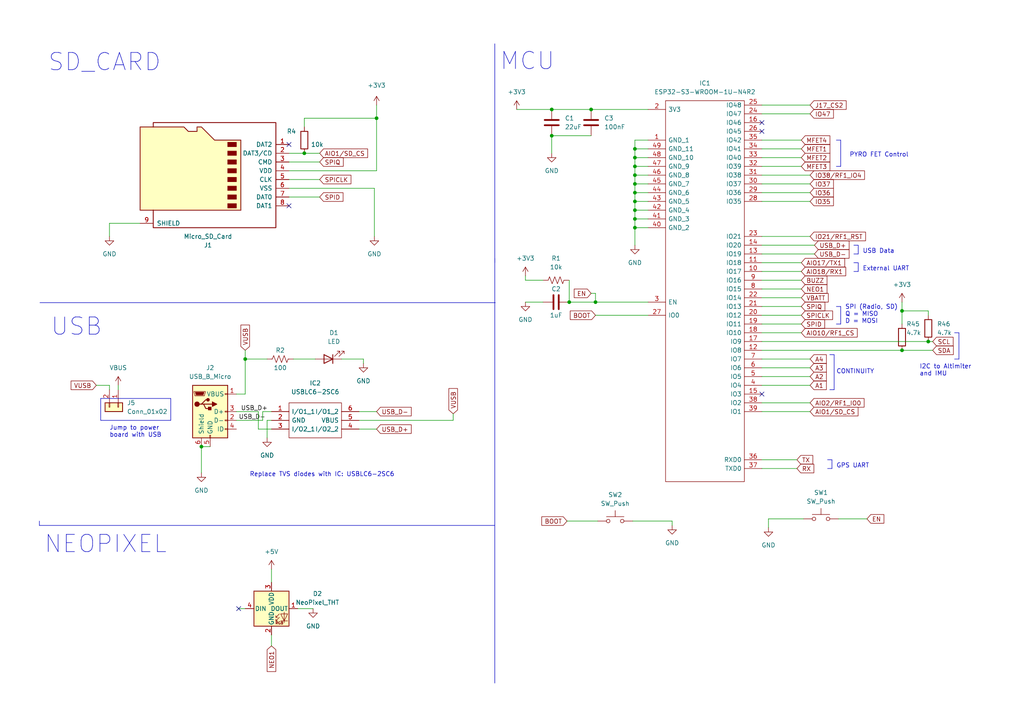
<source format=kicad_sch>
(kicad_sch (version 20230121) (generator eeschema)

  (uuid 12c4b812-ed05-4a1c-a4c0-327603a9c5e5)

  (paper "A4")

  (lib_symbols
    (symbol "Connector:Micro_SD_Card" (pin_names (offset 1.016)) (in_bom yes) (on_board yes)
      (property "Reference" "J" (at -16.51 15.24 0)
        (effects (font (size 1.27 1.27)))
      )
      (property "Value" "Micro_SD_Card" (at 16.51 15.24 0)
        (effects (font (size 1.27 1.27)) (justify right))
      )
      (property "Footprint" "" (at 29.21 7.62 0)
        (effects (font (size 1.27 1.27)) hide)
      )
      (property "Datasheet" "http://katalog.we-online.de/em/datasheet/693072010801.pdf" (at 0 0 0)
        (effects (font (size 1.27 1.27)) hide)
      )
      (property "ki_keywords" "connector SD microsd" (at 0 0 0)
        (effects (font (size 1.27 1.27)) hide)
      )
      (property "ki_description" "Micro SD Card Socket" (at 0 0 0)
        (effects (font (size 1.27 1.27)) hide)
      )
      (property "ki_fp_filters" "microSD*" (at 0 0 0)
        (effects (font (size 1.27 1.27)) hide)
      )
      (symbol "Micro_SD_Card_0_1"
        (rectangle (start -7.62 -9.525) (end -5.08 -10.795)
          (stroke (width 0) (type default))
          (fill (type outline))
        )
        (rectangle (start -7.62 -6.985) (end -5.08 -8.255)
          (stroke (width 0) (type default))
          (fill (type outline))
        )
        (rectangle (start -7.62 -4.445) (end -5.08 -5.715)
          (stroke (width 0) (type default))
          (fill (type outline))
        )
        (rectangle (start -7.62 -1.905) (end -5.08 -3.175)
          (stroke (width 0) (type default))
          (fill (type outline))
        )
        (rectangle (start -7.62 0.635) (end -5.08 -0.635)
          (stroke (width 0) (type default))
          (fill (type outline))
        )
        (rectangle (start -7.62 3.175) (end -5.08 1.905)
          (stroke (width 0) (type default))
          (fill (type outline))
        )
        (rectangle (start -7.62 5.715) (end -5.08 4.445)
          (stroke (width 0) (type default))
          (fill (type outline))
        )
        (rectangle (start -7.62 8.255) (end -5.08 6.985)
          (stroke (width 0) (type default))
          (fill (type outline))
        )
        (polyline
          (pts
            (xy 16.51 12.7)
            (xy 16.51 13.97)
            (xy -19.05 13.97)
            (xy -19.05 -16.51)
            (xy 16.51 -16.51)
            (xy 16.51 -11.43)
          )
          (stroke (width 0.254) (type default))
          (fill (type none))
        )
        (polyline
          (pts
            (xy -8.89 -11.43)
            (xy -8.89 8.89)
            (xy -1.27 8.89)
            (xy 2.54 12.7)
            (xy 3.81 12.7)
            (xy 3.81 11.43)
            (xy 6.35 11.43)
            (xy 7.62 12.7)
            (xy 20.32 12.7)
            (xy 20.32 -11.43)
            (xy -8.89 -11.43)
          )
          (stroke (width 0.254) (type default))
          (fill (type background))
        )
      )
      (symbol "Micro_SD_Card_1_1"
        (pin bidirectional line (at -22.86 7.62 0) (length 3.81)
          (name "DAT2" (effects (font (size 1.27 1.27))))
          (number "1" (effects (font (size 1.27 1.27))))
        )
        (pin bidirectional line (at -22.86 5.08 0) (length 3.81)
          (name "DAT3/CD" (effects (font (size 1.27 1.27))))
          (number "2" (effects (font (size 1.27 1.27))))
        )
        (pin input line (at -22.86 2.54 0) (length 3.81)
          (name "CMD" (effects (font (size 1.27 1.27))))
          (number "3" (effects (font (size 1.27 1.27))))
        )
        (pin power_in line (at -22.86 0 0) (length 3.81)
          (name "VDD" (effects (font (size 1.27 1.27))))
          (number "4" (effects (font (size 1.27 1.27))))
        )
        (pin input line (at -22.86 -2.54 0) (length 3.81)
          (name "CLK" (effects (font (size 1.27 1.27))))
          (number "5" (effects (font (size 1.27 1.27))))
        )
        (pin power_in line (at -22.86 -5.08 0) (length 3.81)
          (name "VSS" (effects (font (size 1.27 1.27))))
          (number "6" (effects (font (size 1.27 1.27))))
        )
        (pin bidirectional line (at -22.86 -7.62 0) (length 3.81)
          (name "DAT0" (effects (font (size 1.27 1.27))))
          (number "7" (effects (font (size 1.27 1.27))))
        )
        (pin bidirectional line (at -22.86 -10.16 0) (length 3.81)
          (name "DAT1" (effects (font (size 1.27 1.27))))
          (number "8" (effects (font (size 1.27 1.27))))
        )
        (pin passive line (at 20.32 -15.24 180) (length 3.81)
          (name "SHIELD" (effects (font (size 1.27 1.27))))
          (number "9" (effects (font (size 1.27 1.27))))
        )
      )
    )
    (symbol "Connector:USB_B_Micro" (pin_names (offset 1.016)) (in_bom yes) (on_board yes)
      (property "Reference" "J" (at -5.08 11.43 0)
        (effects (font (size 1.27 1.27)) (justify left))
      )
      (property "Value" "USB_B_Micro" (at -5.08 8.89 0)
        (effects (font (size 1.27 1.27)) (justify left))
      )
      (property "Footprint" "" (at 3.81 -1.27 0)
        (effects (font (size 1.27 1.27)) hide)
      )
      (property "Datasheet" "~" (at 3.81 -1.27 0)
        (effects (font (size 1.27 1.27)) hide)
      )
      (property "ki_keywords" "connector USB micro" (at 0 0 0)
        (effects (font (size 1.27 1.27)) hide)
      )
      (property "ki_description" "USB Micro Type B connector" (at 0 0 0)
        (effects (font (size 1.27 1.27)) hide)
      )
      (property "ki_fp_filters" "USB*" (at 0 0 0)
        (effects (font (size 1.27 1.27)) hide)
      )
      (symbol "USB_B_Micro_0_1"
        (rectangle (start -5.08 -7.62) (end 5.08 7.62)
          (stroke (width 0.254) (type default))
          (fill (type background))
        )
        (circle (center -3.81 2.159) (radius 0.635)
          (stroke (width 0.254) (type default))
          (fill (type outline))
        )
        (circle (center -0.635 3.429) (radius 0.381)
          (stroke (width 0.254) (type default))
          (fill (type outline))
        )
        (rectangle (start -0.127 -7.62) (end 0.127 -6.858)
          (stroke (width 0) (type default))
          (fill (type none))
        )
        (polyline
          (pts
            (xy -1.905 2.159)
            (xy 0.635 2.159)
          )
          (stroke (width 0.254) (type default))
          (fill (type none))
        )
        (polyline
          (pts
            (xy -3.175 2.159)
            (xy -2.54 2.159)
            (xy -1.27 3.429)
            (xy -0.635 3.429)
          )
          (stroke (width 0.254) (type default))
          (fill (type none))
        )
        (polyline
          (pts
            (xy -2.54 2.159)
            (xy -1.905 2.159)
            (xy -1.27 0.889)
            (xy 0 0.889)
          )
          (stroke (width 0.254) (type default))
          (fill (type none))
        )
        (polyline
          (pts
            (xy 0.635 2.794)
            (xy 0.635 1.524)
            (xy 1.905 2.159)
            (xy 0.635 2.794)
          )
          (stroke (width 0.254) (type default))
          (fill (type outline))
        )
        (polyline
          (pts
            (xy -4.318 5.588)
            (xy -1.778 5.588)
            (xy -2.032 4.826)
            (xy -4.064 4.826)
            (xy -4.318 5.588)
          )
          (stroke (width 0) (type default))
          (fill (type outline))
        )
        (polyline
          (pts
            (xy -4.699 5.842)
            (xy -4.699 5.588)
            (xy -4.445 4.826)
            (xy -4.445 4.572)
            (xy -1.651 4.572)
            (xy -1.651 4.826)
            (xy -1.397 5.588)
            (xy -1.397 5.842)
            (xy -4.699 5.842)
          )
          (stroke (width 0) (type default))
          (fill (type none))
        )
        (rectangle (start 0.254 1.27) (end -0.508 0.508)
          (stroke (width 0.254) (type default))
          (fill (type outline))
        )
        (rectangle (start 5.08 -5.207) (end 4.318 -4.953)
          (stroke (width 0) (type default))
          (fill (type none))
        )
        (rectangle (start 5.08 -2.667) (end 4.318 -2.413)
          (stroke (width 0) (type default))
          (fill (type none))
        )
        (rectangle (start 5.08 -0.127) (end 4.318 0.127)
          (stroke (width 0) (type default))
          (fill (type none))
        )
        (rectangle (start 5.08 4.953) (end 4.318 5.207)
          (stroke (width 0) (type default))
          (fill (type none))
        )
      )
      (symbol "USB_B_Micro_1_1"
        (pin power_out line (at 7.62 5.08 180) (length 2.54)
          (name "VBUS" (effects (font (size 1.27 1.27))))
          (number "1" (effects (font (size 1.27 1.27))))
        )
        (pin bidirectional line (at 7.62 -2.54 180) (length 2.54)
          (name "D-" (effects (font (size 1.27 1.27))))
          (number "2" (effects (font (size 1.27 1.27))))
        )
        (pin bidirectional line (at 7.62 0 180) (length 2.54)
          (name "D+" (effects (font (size 1.27 1.27))))
          (number "3" (effects (font (size 1.27 1.27))))
        )
        (pin passive line (at 7.62 -5.08 180) (length 2.54)
          (name "ID" (effects (font (size 1.27 1.27))))
          (number "4" (effects (font (size 1.27 1.27))))
        )
        (pin power_out line (at 0 -10.16 90) (length 2.54)
          (name "GND" (effects (font (size 1.27 1.27))))
          (number "5" (effects (font (size 1.27 1.27))))
        )
        (pin passive line (at -2.54 -10.16 90) (length 2.54)
          (name "Shield" (effects (font (size 1.27 1.27))))
          (number "6" (effects (font (size 1.27 1.27))))
        )
      )
    )
    (symbol "Connector_Generic:Conn_01x02" (pin_names (offset 1.016) hide) (in_bom yes) (on_board yes)
      (property "Reference" "J" (at 0 2.54 0)
        (effects (font (size 1.27 1.27)))
      )
      (property "Value" "Conn_01x02" (at 0 -5.08 0)
        (effects (font (size 1.27 1.27)))
      )
      (property "Footprint" "" (at 0 0 0)
        (effects (font (size 1.27 1.27)) hide)
      )
      (property "Datasheet" "~" (at 0 0 0)
        (effects (font (size 1.27 1.27)) hide)
      )
      (property "ki_keywords" "connector" (at 0 0 0)
        (effects (font (size 1.27 1.27)) hide)
      )
      (property "ki_description" "Generic connector, single row, 01x02, script generated (kicad-library-utils/schlib/autogen/connector/)" (at 0 0 0)
        (effects (font (size 1.27 1.27)) hide)
      )
      (property "ki_fp_filters" "Connector*:*_1x??_*" (at 0 0 0)
        (effects (font (size 1.27 1.27)) hide)
      )
      (symbol "Conn_01x02_1_1"
        (rectangle (start -1.27 -2.413) (end 0 -2.667)
          (stroke (width 0.1524) (type default))
          (fill (type none))
        )
        (rectangle (start -1.27 0.127) (end 0 -0.127)
          (stroke (width 0.1524) (type default))
          (fill (type none))
        )
        (rectangle (start -1.27 1.27) (end 1.27 -3.81)
          (stroke (width 0.254) (type default))
          (fill (type background))
        )
        (pin passive line (at -5.08 0 0) (length 3.81)
          (name "Pin_1" (effects (font (size 1.27 1.27))))
          (number "1" (effects (font (size 1.27 1.27))))
        )
        (pin passive line (at -5.08 -2.54 0) (length 3.81)
          (name "Pin_2" (effects (font (size 1.27 1.27))))
          (number "2" (effects (font (size 1.27 1.27))))
        )
      )
    )
    (symbol "Device:C" (pin_numbers hide) (pin_names (offset 0.254)) (in_bom yes) (on_board yes)
      (property "Reference" "C" (at 0.635 2.54 0)
        (effects (font (size 1.27 1.27)) (justify left))
      )
      (property "Value" "C" (at 0.635 -2.54 0)
        (effects (font (size 1.27 1.27)) (justify left))
      )
      (property "Footprint" "" (at 0.9652 -3.81 0)
        (effects (font (size 1.27 1.27)) hide)
      )
      (property "Datasheet" "~" (at 0 0 0)
        (effects (font (size 1.27 1.27)) hide)
      )
      (property "ki_keywords" "cap capacitor" (at 0 0 0)
        (effects (font (size 1.27 1.27)) hide)
      )
      (property "ki_description" "Unpolarized capacitor" (at 0 0 0)
        (effects (font (size 1.27 1.27)) hide)
      )
      (property "ki_fp_filters" "C_*" (at 0 0 0)
        (effects (font (size 1.27 1.27)) hide)
      )
      (symbol "C_0_1"
        (polyline
          (pts
            (xy -2.032 -0.762)
            (xy 2.032 -0.762)
          )
          (stroke (width 0.508) (type default))
          (fill (type none))
        )
        (polyline
          (pts
            (xy -2.032 0.762)
            (xy 2.032 0.762)
          )
          (stroke (width 0.508) (type default))
          (fill (type none))
        )
      )
      (symbol "C_1_1"
        (pin passive line (at 0 3.81 270) (length 2.794)
          (name "~" (effects (font (size 1.27 1.27))))
          (number "1" (effects (font (size 1.27 1.27))))
        )
        (pin passive line (at 0 -3.81 90) (length 2.794)
          (name "~" (effects (font (size 1.27 1.27))))
          (number "2" (effects (font (size 1.27 1.27))))
        )
      )
    )
    (symbol "Device:LED" (pin_numbers hide) (pin_names (offset 1.016) hide) (in_bom yes) (on_board yes)
      (property "Reference" "D" (at 0 2.54 0)
        (effects (font (size 1.27 1.27)))
      )
      (property "Value" "LED" (at 0 -2.54 0)
        (effects (font (size 1.27 1.27)))
      )
      (property "Footprint" "" (at 0 0 0)
        (effects (font (size 1.27 1.27)) hide)
      )
      (property "Datasheet" "~" (at 0 0 0)
        (effects (font (size 1.27 1.27)) hide)
      )
      (property "ki_keywords" "LED diode" (at 0 0 0)
        (effects (font (size 1.27 1.27)) hide)
      )
      (property "ki_description" "Light emitting diode" (at 0 0 0)
        (effects (font (size 1.27 1.27)) hide)
      )
      (property "ki_fp_filters" "LED* LED_SMD:* LED_THT:*" (at 0 0 0)
        (effects (font (size 1.27 1.27)) hide)
      )
      (symbol "LED_0_1"
        (polyline
          (pts
            (xy -1.27 -1.27)
            (xy -1.27 1.27)
          )
          (stroke (width 0.254) (type default))
          (fill (type none))
        )
        (polyline
          (pts
            (xy -1.27 0)
            (xy 1.27 0)
          )
          (stroke (width 0) (type default))
          (fill (type none))
        )
        (polyline
          (pts
            (xy 1.27 -1.27)
            (xy 1.27 1.27)
            (xy -1.27 0)
            (xy 1.27 -1.27)
          )
          (stroke (width 0.254) (type default))
          (fill (type none))
        )
        (polyline
          (pts
            (xy -3.048 -0.762)
            (xy -4.572 -2.286)
            (xy -3.81 -2.286)
            (xy -4.572 -2.286)
            (xy -4.572 -1.524)
          )
          (stroke (width 0) (type default))
          (fill (type none))
        )
        (polyline
          (pts
            (xy -1.778 -0.762)
            (xy -3.302 -2.286)
            (xy -2.54 -2.286)
            (xy -3.302 -2.286)
            (xy -3.302 -1.524)
          )
          (stroke (width 0) (type default))
          (fill (type none))
        )
      )
      (symbol "LED_1_1"
        (pin passive line (at -3.81 0 0) (length 2.54)
          (name "K" (effects (font (size 1.27 1.27))))
          (number "1" (effects (font (size 1.27 1.27))))
        )
        (pin passive line (at 3.81 0 180) (length 2.54)
          (name "A" (effects (font (size 1.27 1.27))))
          (number "2" (effects (font (size 1.27 1.27))))
        )
      )
    )
    (symbol "Device:R" (pin_numbers hide) (pin_names (offset 0)) (in_bom yes) (on_board yes)
      (property "Reference" "R" (at 2.032 0 90)
        (effects (font (size 1.27 1.27)))
      )
      (property "Value" "R" (at 0 0 90)
        (effects (font (size 1.27 1.27)))
      )
      (property "Footprint" "" (at -1.778 0 90)
        (effects (font (size 1.27 1.27)) hide)
      )
      (property "Datasheet" "~" (at 0 0 0)
        (effects (font (size 1.27 1.27)) hide)
      )
      (property "ki_keywords" "R res resistor" (at 0 0 0)
        (effects (font (size 1.27 1.27)) hide)
      )
      (property "ki_description" "Resistor" (at 0 0 0)
        (effects (font (size 1.27 1.27)) hide)
      )
      (property "ki_fp_filters" "R_*" (at 0 0 0)
        (effects (font (size 1.27 1.27)) hide)
      )
      (symbol "R_0_1"
        (rectangle (start -1.016 -2.54) (end 1.016 2.54)
          (stroke (width 0.254) (type default))
          (fill (type none))
        )
      )
      (symbol "R_1_1"
        (pin passive line (at 0 3.81 270) (length 1.27)
          (name "~" (effects (font (size 1.27 1.27))))
          (number "1" (effects (font (size 1.27 1.27))))
        )
        (pin passive line (at 0 -3.81 90) (length 1.27)
          (name "~" (effects (font (size 1.27 1.27))))
          (number "2" (effects (font (size 1.27 1.27))))
        )
      )
    )
    (symbol "Device:R_US" (pin_numbers hide) (pin_names (offset 0)) (in_bom yes) (on_board yes)
      (property "Reference" "R" (at 2.54 0 90)
        (effects (font (size 1.27 1.27)))
      )
      (property "Value" "R_US" (at -2.54 0 90)
        (effects (font (size 1.27 1.27)))
      )
      (property "Footprint" "" (at 1.016 -0.254 90)
        (effects (font (size 1.27 1.27)) hide)
      )
      (property "Datasheet" "~" (at 0 0 0)
        (effects (font (size 1.27 1.27)) hide)
      )
      (property "ki_keywords" "R res resistor" (at 0 0 0)
        (effects (font (size 1.27 1.27)) hide)
      )
      (property "ki_description" "Resistor, US symbol" (at 0 0 0)
        (effects (font (size 1.27 1.27)) hide)
      )
      (property "ki_fp_filters" "R_*" (at 0 0 0)
        (effects (font (size 1.27 1.27)) hide)
      )
      (symbol "R_US_0_1"
        (polyline
          (pts
            (xy 0 -2.286)
            (xy 0 -2.54)
          )
          (stroke (width 0) (type default))
          (fill (type none))
        )
        (polyline
          (pts
            (xy 0 2.286)
            (xy 0 2.54)
          )
          (stroke (width 0) (type default))
          (fill (type none))
        )
        (polyline
          (pts
            (xy 0 -0.762)
            (xy 1.016 -1.143)
            (xy 0 -1.524)
            (xy -1.016 -1.905)
            (xy 0 -2.286)
          )
          (stroke (width 0) (type default))
          (fill (type none))
        )
        (polyline
          (pts
            (xy 0 0.762)
            (xy 1.016 0.381)
            (xy 0 0)
            (xy -1.016 -0.381)
            (xy 0 -0.762)
          )
          (stroke (width 0) (type default))
          (fill (type none))
        )
        (polyline
          (pts
            (xy 0 2.286)
            (xy 1.016 1.905)
            (xy 0 1.524)
            (xy -1.016 1.143)
            (xy 0 0.762)
          )
          (stroke (width 0) (type default))
          (fill (type none))
        )
      )
      (symbol "R_US_1_1"
        (pin passive line (at 0 3.81 270) (length 1.27)
          (name "~" (effects (font (size 1.27 1.27))))
          (number "1" (effects (font (size 1.27 1.27))))
        )
        (pin passive line (at 0 -3.81 90) (length 1.27)
          (name "~" (effects (font (size 1.27 1.27))))
          (number "2" (effects (font (size 1.27 1.27))))
        )
      )
    )
    (symbol "ESP32-S3-WROOM-1U-N4R2:ESP32-S3-WROOM-1U-N4R2" (pin_names (offset 0.762)) (in_bom yes) (on_board yes)
      (property "Reference" "IC" (at 29.21 7.62 0)
        (effects (font (size 1.27 1.27)) (justify left))
      )
      (property "Value" "ESP32-S3-WROOM-1U-N4R2" (at 29.21 5.08 0)
        (effects (font (size 1.27 1.27)) (justify left))
      )
      (property "Footprint" "ESP32S3WROOM1UN4R2" (at 29.21 2.54 0)
        (effects (font (size 1.27 1.27)) (justify left) hide)
      )
      (property "Datasheet" "https://www.espressif.com/sites/default/files/documentation/esp32-s3-wroom-1_wroom-1u_datasheet_en.pdf" (at 29.21 0 0)
        (effects (font (size 1.27 1.27)) (justify left) hide)
      )
      (property "Description" "WiFi Modules - 802.11 [Engineering Samples] SMD Module, ESP32-S3R2, 2 MB PSRAM Die, 4 MB SPI Flash, IPEX Antenna Connector." (at 29.21 -2.54 0)
        (effects (font (size 1.27 1.27)) (justify left) hide)
      )
      (property "Height" "3.35" (at 67.31 -38.1 0)
        (effects (font (size 1.27 1.27)) (justify left) hide)
      )
      (property "Manufacturer_Name" "Espressif Systems" (at 29.21 -7.62 0)
        (effects (font (size 1.27 1.27)) (justify left) hide)
      )
      (property "Manufacturer_Part_Number" "ESP32-S3-WROOM-1U-N4R2" (at 29.21 -10.16 0)
        (effects (font (size 1.27 1.27)) (justify left) hide)
      )
      (property "Mouser Part Number" "356-ESP32S3WRM1UN4R2" (at 29.21 -12.7 0)
        (effects (font (size 1.27 1.27)) (justify left) hide)
      )
      (property "Mouser Price/Stock" "https://www.mouser.co.uk/ProductDetail/Espressif-Systems/ESP32-S3-WROOM-1U-N4R2?qs=Li%252BoUPsLEnu%2FT1SG7%252BB0BA%3D%3D" (at 29.21 -15.24 0)
        (effects (font (size 1.27 1.27)) (justify left) hide)
      )
      (property "Arrow Part Number" "" (at 34.29 -78.74 0)
        (effects (font (size 1.27 1.27)) (justify left) hide)
      )
      (property "Arrow Price/Stock" "" (at 34.29 -81.28 0)
        (effects (font (size 1.27 1.27)) (justify left) hide)
      )
      (property "ki_description" "WiFi Modules - 802.11 [Engineering Samples] SMD Module, ESP32-S3R2, 2 MB PSRAM Die, 4 MB SPI Flash, IPEX Antenna Connector." (at 0 0 0)
        (effects (font (size 1.27 1.27)) hide)
      )
      (symbol "ESP32-S3-WROOM-1U-N4R2_0_0"
        (pin passive line (at 5.08 -31.75 0) (length 5.08)
          (name "GND_1" (effects (font (size 1.27 1.27))))
          (number "1" (effects (font (size 1.27 1.27))))
        )
        (pin passive line (at 38.1 -69.85 180) (length 5.08)
          (name "IO17" (effects (font (size 1.27 1.27))))
          (number "10" (effects (font (size 1.27 1.27))))
        )
        (pin passive line (at 38.1 -67.31 180) (length 5.08)
          (name "IO18" (effects (font (size 1.27 1.27))))
          (number "11" (effects (font (size 1.27 1.27))))
        )
        (pin passive line (at 38.1 -92.71 180) (length 5.08)
          (name "IO8" (effects (font (size 1.27 1.27))))
          (number "12" (effects (font (size 1.27 1.27))))
        )
        (pin passive line (at 38.1 -64.77 180) (length 5.08)
          (name "IO19" (effects (font (size 1.27 1.27))))
          (number "13" (effects (font (size 1.27 1.27))))
        )
        (pin passive line (at 38.1 -62.23 180) (length 5.08)
          (name "IO20" (effects (font (size 1.27 1.27))))
          (number "14" (effects (font (size 1.27 1.27))))
        )
        (pin passive line (at 38.1 -105.41 180) (length 5.08)
          (name "IO3" (effects (font (size 1.27 1.27))))
          (number "15" (effects (font (size 1.27 1.27))))
        )
        (pin passive line (at 38.1 -26.67 180) (length 5.08)
          (name "IO46" (effects (font (size 1.27 1.27))))
          (number "16" (effects (font (size 1.27 1.27))))
        )
        (pin passive line (at 38.1 -90.17 180) (length 5.08)
          (name "IO9" (effects (font (size 1.27 1.27))))
          (number "17" (effects (font (size 1.27 1.27))))
        )
        (pin passive line (at 38.1 -87.63 180) (length 5.08)
          (name "IO10" (effects (font (size 1.27 1.27))))
          (number "18" (effects (font (size 1.27 1.27))))
        )
        (pin passive line (at 38.1 -85.09 180) (length 5.08)
          (name "IO11" (effects (font (size 1.27 1.27))))
          (number "19" (effects (font (size 1.27 1.27))))
        )
        (pin passive line (at 5.08 -22.86 0) (length 5.08)
          (name "3V3" (effects (font (size 1.27 1.27))))
          (number "2" (effects (font (size 1.27 1.27))))
        )
        (pin passive line (at 38.1 -82.55 180) (length 5.08)
          (name "IO12" (effects (font (size 1.27 1.27))))
          (number "20" (effects (font (size 1.27 1.27))))
        )
        (pin passive line (at 38.1 -80.01 180) (length 5.08)
          (name "IO13" (effects (font (size 1.27 1.27))))
          (number "21" (effects (font (size 1.27 1.27))))
        )
        (pin passive line (at 38.1 -77.47 180) (length 5.08)
          (name "IO14" (effects (font (size 1.27 1.27))))
          (number "22" (effects (font (size 1.27 1.27))))
        )
        (pin passive line (at 38.1 -59.69 180) (length 5.08)
          (name "IO21" (effects (font (size 1.27 1.27))))
          (number "23" (effects (font (size 1.27 1.27))))
        )
        (pin passive line (at 38.1 -24.13 180) (length 5.08)
          (name "IO47" (effects (font (size 1.27 1.27))))
          (number "24" (effects (font (size 1.27 1.27))))
        )
        (pin passive line (at 38.1 -21.59 180) (length 5.08)
          (name "IO48" (effects (font (size 1.27 1.27))))
          (number "25" (effects (font (size 1.27 1.27))))
        )
        (pin passive line (at 38.1 -29.21 180) (length 5.08)
          (name "IO45" (effects (font (size 1.27 1.27))))
          (number "26" (effects (font (size 1.27 1.27))))
        )
        (pin passive line (at 5.08 -82.55 0) (length 5.08)
          (name "IO0" (effects (font (size 1.27 1.27))))
          (number "27" (effects (font (size 1.27 1.27))))
        )
        (pin passive line (at 38.1 -49.53 180) (length 5.08)
          (name "IO35" (effects (font (size 1.27 1.27))))
          (number "28" (effects (font (size 1.27 1.27))))
        )
        (pin passive line (at 38.1 -46.99 180) (length 5.08)
          (name "IO36" (effects (font (size 1.27 1.27))))
          (number "29" (effects (font (size 1.27 1.27))))
        )
        (pin passive line (at 5.08 -78.74 0) (length 5.08)
          (name "EN" (effects (font (size 1.27 1.27))))
          (number "3" (effects (font (size 1.27 1.27))))
        )
        (pin passive line (at 38.1 -44.45 180) (length 5.08)
          (name "IO37" (effects (font (size 1.27 1.27))))
          (number "30" (effects (font (size 1.27 1.27))))
        )
        (pin passive line (at 38.1 -41.91 180) (length 5.08)
          (name "IO38" (effects (font (size 1.27 1.27))))
          (number "31" (effects (font (size 1.27 1.27))))
        )
        (pin passive line (at 38.1 -39.37 180) (length 5.08)
          (name "IO39" (effects (font (size 1.27 1.27))))
          (number "32" (effects (font (size 1.27 1.27))))
        )
        (pin passive line (at 38.1 -36.83 180) (length 5.08)
          (name "IO40" (effects (font (size 1.27 1.27))))
          (number "33" (effects (font (size 1.27 1.27))))
        )
        (pin passive line (at 38.1 -34.29 180) (length 5.08)
          (name "IO41" (effects (font (size 1.27 1.27))))
          (number "34" (effects (font (size 1.27 1.27))))
        )
        (pin passive line (at 38.1 -31.75 180) (length 5.08)
          (name "IO42" (effects (font (size 1.27 1.27))))
          (number "35" (effects (font (size 1.27 1.27))))
        )
        (pin passive line (at 38.1 -124.46 180) (length 5.08)
          (name "RXD0" (effects (font (size 1.27 1.27))))
          (number "36" (effects (font (size 1.27 1.27))))
        )
        (pin passive line (at 38.1 -127 180) (length 5.08)
          (name "TXD0" (effects (font (size 1.27 1.27))))
          (number "37" (effects (font (size 1.27 1.27))))
        )
        (pin passive line (at 38.1 -107.95 180) (length 5.08)
          (name "IO2" (effects (font (size 1.27 1.27))))
          (number "38" (effects (font (size 1.27 1.27))))
        )
        (pin passive line (at 38.1 -110.49 180) (length 5.08)
          (name "IO1" (effects (font (size 1.27 1.27))))
          (number "39" (effects (font (size 1.27 1.27))))
        )
        (pin passive line (at 38.1 -102.87 180) (length 5.08)
          (name "IO4" (effects (font (size 1.27 1.27))))
          (number "4" (effects (font (size 1.27 1.27))))
        )
        (pin passive line (at 5.08 -57.15 0) (length 5.08)
          (name "GND_2" (effects (font (size 1.27 1.27))))
          (number "40" (effects (font (size 1.27 1.27))))
        )
        (pin passive line (at 5.08 -54.61 0) (length 5.08)
          (name "GND_3" (effects (font (size 1.27 1.27))))
          (number "41" (effects (font (size 1.27 1.27))))
        )
        (pin passive line (at 5.08 -52.07 0) (length 5.08)
          (name "GND_4" (effects (font (size 1.27 1.27))))
          (number "42" (effects (font (size 1.27 1.27))))
        )
        (pin passive line (at 5.08 -49.53 0) (length 5.08)
          (name "GND_5" (effects (font (size 1.27 1.27))))
          (number "43" (effects (font (size 1.27 1.27))))
        )
        (pin passive line (at 5.08 -46.99 0) (length 5.08)
          (name "GND_6" (effects (font (size 1.27 1.27))))
          (number "44" (effects (font (size 1.27 1.27))))
        )
        (pin passive line (at 5.08 -44.45 0) (length 5.08)
          (name "GND_7" (effects (font (size 1.27 1.27))))
          (number "45" (effects (font (size 1.27 1.27))))
        )
        (pin passive line (at 5.08 -41.91 0) (length 5.08)
          (name "GND_8" (effects (font (size 1.27 1.27))))
          (number "46" (effects (font (size 1.27 1.27))))
        )
        (pin passive line (at 5.08 -39.37 0) (length 5.08)
          (name "GND_9" (effects (font (size 1.27 1.27))))
          (number "47" (effects (font (size 1.27 1.27))))
        )
        (pin passive line (at 5.08 -36.83 0) (length 5.08)
          (name "GND_10" (effects (font (size 1.27 1.27))))
          (number "48" (effects (font (size 1.27 1.27))))
        )
        (pin passive line (at 5.08 -34.29 0) (length 5.08)
          (name "GND_11" (effects (font (size 1.27 1.27))))
          (number "49" (effects (font (size 1.27 1.27))))
        )
        (pin passive line (at 38.1 -100.33 180) (length 5.08)
          (name "IO5" (effects (font (size 1.27 1.27))))
          (number "5" (effects (font (size 1.27 1.27))))
        )
        (pin passive line (at 38.1 -97.79 180) (length 5.08)
          (name "IO6" (effects (font (size 1.27 1.27))))
          (number "6" (effects (font (size 1.27 1.27))))
        )
        (pin passive line (at 38.1 -95.25 180) (length 5.08)
          (name "IO7" (effects (font (size 1.27 1.27))))
          (number "7" (effects (font (size 1.27 1.27))))
        )
        (pin passive line (at 38.1 -74.93 180) (length 5.08)
          (name "IO15" (effects (font (size 1.27 1.27))))
          (number "8" (effects (font (size 1.27 1.27))))
        )
        (pin passive line (at 38.1 -72.39 180) (length 5.08)
          (name "IO16" (effects (font (size 1.27 1.27))))
          (number "9" (effects (font (size 1.27 1.27))))
        )
      )
      (symbol "ESP32-S3-WROOM-1U-N4R2_0_1"
        (polyline
          (pts
            (xy 10.16 -20.32)
            (xy 33.02 -20.32)
            (xy 33.02 -130.81)
            (xy 10.16 -130.81)
            (xy 10.16 -20.32)
          )
          (stroke (width 0.1524) (type default))
          (fill (type none))
        )
      )
    )
    (symbol "LED:NeoPixel_THT" (pin_names (offset 0.254)) (in_bom yes) (on_board yes)
      (property "Reference" "D" (at 5.08 5.715 0)
        (effects (font (size 1.27 1.27)) (justify right bottom))
      )
      (property "Value" "NeoPixel_THT" (at 1.27 -5.715 0)
        (effects (font (size 1.27 1.27)) (justify left top))
      )
      (property "Footprint" "" (at 1.27 -7.62 0)
        (effects (font (size 1.27 1.27)) (justify left top) hide)
      )
      (property "Datasheet" "https://www.adafruit.com/product/1938" (at 2.54 -9.525 0)
        (effects (font (size 1.27 1.27)) (justify left top) hide)
      )
      (property "ki_keywords" "RGB LED NeoPixel addressable" (at 0 0 0)
        (effects (font (size 1.27 1.27)) hide)
      )
      (property "ki_description" "RGB LED with integrated controller, 5mm/8mm LED package" (at 0 0 0)
        (effects (font (size 1.27 1.27)) hide)
      )
      (property "ki_fp_filters" "LED*D5.0mm* LED*D8.0mm*" (at 0 0 0)
        (effects (font (size 1.27 1.27)) hide)
      )
      (symbol "NeoPixel_THT_0_0"
        (text "RGB" (at 2.286 -4.191 0)
          (effects (font (size 0.762 0.762)))
        )
      )
      (symbol "NeoPixel_THT_0_1"
        (polyline
          (pts
            (xy 1.27 -3.556)
            (xy 1.778 -3.556)
          )
          (stroke (width 0) (type default))
          (fill (type none))
        )
        (polyline
          (pts
            (xy 1.27 -2.54)
            (xy 1.778 -2.54)
          )
          (stroke (width 0) (type default))
          (fill (type none))
        )
        (polyline
          (pts
            (xy 4.699 -3.556)
            (xy 2.667 -3.556)
          )
          (stroke (width 0) (type default))
          (fill (type none))
        )
        (polyline
          (pts
            (xy 2.286 -2.54)
            (xy 1.27 -3.556)
            (xy 1.27 -3.048)
          )
          (stroke (width 0) (type default))
          (fill (type none))
        )
        (polyline
          (pts
            (xy 2.286 -1.524)
            (xy 1.27 -2.54)
            (xy 1.27 -2.032)
          )
          (stroke (width 0) (type default))
          (fill (type none))
        )
        (polyline
          (pts
            (xy 3.683 -1.016)
            (xy 3.683 -3.556)
            (xy 3.683 -4.064)
          )
          (stroke (width 0) (type default))
          (fill (type none))
        )
        (polyline
          (pts
            (xy 4.699 -1.524)
            (xy 2.667 -1.524)
            (xy 3.683 -3.556)
            (xy 4.699 -1.524)
          )
          (stroke (width 0) (type default))
          (fill (type none))
        )
        (rectangle (start 5.08 5.08) (end -5.08 -5.08)
          (stroke (width 0.254) (type default))
          (fill (type background))
        )
      )
      (symbol "NeoPixel_THT_1_1"
        (pin output line (at 7.62 0 180) (length 2.54)
          (name "DOUT" (effects (font (size 1.27 1.27))))
          (number "1" (effects (font (size 1.27 1.27))))
        )
        (pin power_in line (at 0 -7.62 90) (length 2.54)
          (name "GND" (effects (font (size 1.27 1.27))))
          (number "2" (effects (font (size 1.27 1.27))))
        )
        (pin power_in line (at 0 7.62 270) (length 2.54)
          (name "VDD" (effects (font (size 1.27 1.27))))
          (number "3" (effects (font (size 1.27 1.27))))
        )
        (pin input line (at -7.62 0 0) (length 2.54)
          (name "DIN" (effects (font (size 1.27 1.27))))
          (number "4" (effects (font (size 1.27 1.27))))
        )
      )
    )
    (symbol "Switch:SW_Push" (pin_numbers hide) (pin_names (offset 1.016) hide) (in_bom yes) (on_board yes)
      (property "Reference" "SW" (at 1.27 2.54 0)
        (effects (font (size 1.27 1.27)) (justify left))
      )
      (property "Value" "SW_Push" (at 0 -1.524 0)
        (effects (font (size 1.27 1.27)))
      )
      (property "Footprint" "" (at 0 5.08 0)
        (effects (font (size 1.27 1.27)) hide)
      )
      (property "Datasheet" "~" (at 0 5.08 0)
        (effects (font (size 1.27 1.27)) hide)
      )
      (property "ki_keywords" "switch normally-open pushbutton push-button" (at 0 0 0)
        (effects (font (size 1.27 1.27)) hide)
      )
      (property "ki_description" "Push button switch, generic, two pins" (at 0 0 0)
        (effects (font (size 1.27 1.27)) hide)
      )
      (symbol "SW_Push_0_1"
        (circle (center -2.032 0) (radius 0.508)
          (stroke (width 0) (type default))
          (fill (type none))
        )
        (polyline
          (pts
            (xy 0 1.27)
            (xy 0 3.048)
          )
          (stroke (width 0) (type default))
          (fill (type none))
        )
        (polyline
          (pts
            (xy 2.54 1.27)
            (xy -2.54 1.27)
          )
          (stroke (width 0) (type default))
          (fill (type none))
        )
        (circle (center 2.032 0) (radius 0.508)
          (stroke (width 0) (type default))
          (fill (type none))
        )
        (pin passive line (at -5.08 0 0) (length 2.54)
          (name "1" (effects (font (size 1.27 1.27))))
          (number "1" (effects (font (size 1.27 1.27))))
        )
        (pin passive line (at 5.08 0 180) (length 2.54)
          (name "2" (effects (font (size 1.27 1.27))))
          (number "2" (effects (font (size 1.27 1.27))))
        )
      )
    )
    (symbol "power:+3.3V" (power) (pin_names (offset 0)) (in_bom yes) (on_board yes)
      (property "Reference" "#PWR" (at 0 -3.81 0)
        (effects (font (size 1.27 1.27)) hide)
      )
      (property "Value" "+3.3V" (at 0 3.556 0)
        (effects (font (size 1.27 1.27)))
      )
      (property "Footprint" "" (at 0 0 0)
        (effects (font (size 1.27 1.27)) hide)
      )
      (property "Datasheet" "" (at 0 0 0)
        (effects (font (size 1.27 1.27)) hide)
      )
      (property "ki_keywords" "power-flag" (at 0 0 0)
        (effects (font (size 1.27 1.27)) hide)
      )
      (property "ki_description" "Power symbol creates a global label with name \"+3.3V\"" (at 0 0 0)
        (effects (font (size 1.27 1.27)) hide)
      )
      (symbol "+3.3V_0_1"
        (polyline
          (pts
            (xy -0.762 1.27)
            (xy 0 2.54)
          )
          (stroke (width 0) (type default))
          (fill (type none))
        )
        (polyline
          (pts
            (xy 0 0)
            (xy 0 2.54)
          )
          (stroke (width 0) (type default))
          (fill (type none))
        )
        (polyline
          (pts
            (xy 0 2.54)
            (xy 0.762 1.27)
          )
          (stroke (width 0) (type default))
          (fill (type none))
        )
      )
      (symbol "+3.3V_1_1"
        (pin power_in line (at 0 0 90) (length 0) hide
          (name "+3V3" (effects (font (size 1.27 1.27))))
          (number "1" (effects (font (size 1.27 1.27))))
        )
      )
    )
    (symbol "power:+3V3" (power) (pin_names (offset 0)) (in_bom yes) (on_board yes)
      (property "Reference" "#PWR" (at 0 -3.81 0)
        (effects (font (size 1.27 1.27)) hide)
      )
      (property "Value" "+3V3" (at 0 3.556 0)
        (effects (font (size 1.27 1.27)))
      )
      (property "Footprint" "" (at 0 0 0)
        (effects (font (size 1.27 1.27)) hide)
      )
      (property "Datasheet" "" (at 0 0 0)
        (effects (font (size 1.27 1.27)) hide)
      )
      (property "ki_keywords" "power-flag" (at 0 0 0)
        (effects (font (size 1.27 1.27)) hide)
      )
      (property "ki_description" "Power symbol creates a global label with name \"+3V3\"" (at 0 0 0)
        (effects (font (size 1.27 1.27)) hide)
      )
      (symbol "+3V3_0_1"
        (polyline
          (pts
            (xy -0.762 1.27)
            (xy 0 2.54)
          )
          (stroke (width 0) (type default))
          (fill (type none))
        )
        (polyline
          (pts
            (xy 0 0)
            (xy 0 2.54)
          )
          (stroke (width 0) (type default))
          (fill (type none))
        )
        (polyline
          (pts
            (xy 0 2.54)
            (xy 0.762 1.27)
          )
          (stroke (width 0) (type default))
          (fill (type none))
        )
      )
      (symbol "+3V3_1_1"
        (pin power_in line (at 0 0 90) (length 0) hide
          (name "+3V3" (effects (font (size 1.27 1.27))))
          (number "1" (effects (font (size 1.27 1.27))))
        )
      )
    )
    (symbol "power:+5V" (power) (pin_names (offset 0)) (in_bom yes) (on_board yes)
      (property "Reference" "#PWR" (at 0 -3.81 0)
        (effects (font (size 1.27 1.27)) hide)
      )
      (property "Value" "+5V" (at 0 3.556 0)
        (effects (font (size 1.27 1.27)))
      )
      (property "Footprint" "" (at 0 0 0)
        (effects (font (size 1.27 1.27)) hide)
      )
      (property "Datasheet" "" (at 0 0 0)
        (effects (font (size 1.27 1.27)) hide)
      )
      (property "ki_keywords" "power-flag" (at 0 0 0)
        (effects (font (size 1.27 1.27)) hide)
      )
      (property "ki_description" "Power symbol creates a global label with name \"+5V\"" (at 0 0 0)
        (effects (font (size 1.27 1.27)) hide)
      )
      (symbol "+5V_0_1"
        (polyline
          (pts
            (xy -0.762 1.27)
            (xy 0 2.54)
          )
          (stroke (width 0) (type default))
          (fill (type none))
        )
        (polyline
          (pts
            (xy 0 0)
            (xy 0 2.54)
          )
          (stroke (width 0) (type default))
          (fill (type none))
        )
        (polyline
          (pts
            (xy 0 2.54)
            (xy 0.762 1.27)
          )
          (stroke (width 0) (type default))
          (fill (type none))
        )
      )
      (symbol "+5V_1_1"
        (pin power_in line (at 0 0 90) (length 0) hide
          (name "+5V" (effects (font (size 1.27 1.27))))
          (number "1" (effects (font (size 1.27 1.27))))
        )
      )
    )
    (symbol "power:GND" (power) (pin_names (offset 0)) (in_bom yes) (on_board yes)
      (property "Reference" "#PWR" (at 0 -6.35 0)
        (effects (font (size 1.27 1.27)) hide)
      )
      (property "Value" "GND" (at 0 -3.81 0)
        (effects (font (size 1.27 1.27)))
      )
      (property "Footprint" "" (at 0 0 0)
        (effects (font (size 1.27 1.27)) hide)
      )
      (property "Datasheet" "" (at 0 0 0)
        (effects (font (size 1.27 1.27)) hide)
      )
      (property "ki_keywords" "power-flag" (at 0 0 0)
        (effects (font (size 1.27 1.27)) hide)
      )
      (property "ki_description" "Power symbol creates a global label with name \"GND\" , ground" (at 0 0 0)
        (effects (font (size 1.27 1.27)) hide)
      )
      (symbol "GND_0_1"
        (polyline
          (pts
            (xy 0 0)
            (xy 0 -1.27)
            (xy 1.27 -1.27)
            (xy 0 -2.54)
            (xy -1.27 -1.27)
            (xy 0 -1.27)
          )
          (stroke (width 0) (type default))
          (fill (type none))
        )
      )
      (symbol "GND_1_1"
        (pin power_in line (at 0 0 270) (length 0) hide
          (name "GND" (effects (font (size 1.27 1.27))))
          (number "1" (effects (font (size 1.27 1.27))))
        )
      )
    )
    (symbol "power:VBUS" (power) (pin_names (offset 0)) (in_bom yes) (on_board yes)
      (property "Reference" "#PWR" (at 0 -3.81 0)
        (effects (font (size 1.27 1.27)) hide)
      )
      (property "Value" "VBUS" (at 0 3.81 0)
        (effects (font (size 1.27 1.27)))
      )
      (property "Footprint" "" (at 0 0 0)
        (effects (font (size 1.27 1.27)) hide)
      )
      (property "Datasheet" "" (at 0 0 0)
        (effects (font (size 1.27 1.27)) hide)
      )
      (property "ki_keywords" "power-flag" (at 0 0 0)
        (effects (font (size 1.27 1.27)) hide)
      )
      (property "ki_description" "Power symbol creates a global label with name \"VBUS\"" (at 0 0 0)
        (effects (font (size 1.27 1.27)) hide)
      )
      (symbol "VBUS_0_1"
        (polyline
          (pts
            (xy -0.762 1.27)
            (xy 0 2.54)
          )
          (stroke (width 0) (type default))
          (fill (type none))
        )
        (polyline
          (pts
            (xy 0 0)
            (xy 0 2.54)
          )
          (stroke (width 0) (type default))
          (fill (type none))
        )
        (polyline
          (pts
            (xy 0 2.54)
            (xy 0.762 1.27)
          )
          (stroke (width 0) (type default))
          (fill (type none))
        )
      )
      (symbol "VBUS_1_1"
        (pin power_in line (at 0 0 90) (length 0) hide
          (name "VBUS" (effects (font (size 1.27 1.27))))
          (number "1" (effects (font (size 1.27 1.27))))
        )
      )
    )
    (symbol "user_globa_lib:USBLC6-2SC6" (pin_names (offset 0.762)) (in_bom yes) (on_board yes)
      (property "Reference" "IC" (at 20.32 8.89 0)
        (effects (font (size 1.27 1.27)) (justify left))
      )
      (property "Value" "USBLC6-2SC6" (at 20.32 6.35 0)
        (effects (font (size 1.27 1.27)) (justify left))
      )
      (property "Footprint" "SOT95P280X145-6N" (at 40.64 3.81 0)
        (effects (font (size 1.27 1.27)) (justify left) hide)
      )
      (property "Datasheet" "http://www.st.com/st-web-ui/static/active/en/resource/technical/document/datasheet/CD00050750.pdf" (at 40.64 1.27 0)
        (effects (font (size 1.27 1.27)) (justify left) hide)
      )
      (property "Description" "TVS Diode Array Uni-Directional USBLC6-2SC6 17V, SOT-23 6-Pin" (at 40.64 -1.27 0)
        (effects (font (size 1.27 1.27)) (justify left) hide)
      )
      (property "Height" "1.45" (at 40.64 -3.81 0)
        (effects (font (size 1.27 1.27)) (justify left) hide)
      )
      (property "Manufacturer_Name" "STMicroelectronics" (at 40.64 -6.35 0)
        (effects (font (size 1.27 1.27)) (justify left) hide)
      )
      (property "Manufacturer_Part_Number" "USBLC6-2SC6" (at 40.64 -8.89 0)
        (effects (font (size 1.27 1.27)) (justify left) hide)
      )
      (property "Mouser Part Number" "511-USBLC6-2SC6" (at 40.64 -11.43 0)
        (effects (font (size 1.27 1.27)) (justify left) hide)
      )
      (property "Mouser Price/Stock" "https://www.mouser.co.uk/ProductDetail/STMicroelectronics/USBLC6-2SC6?qs=po45yt2pPpu%2FhNIlwQdTlg%3D%3D" (at 40.64 -13.97 0)
        (effects (font (size 1.27 1.27)) (justify left) hide)
      )
      (property "Arrow Part Number" "USBLC6-2SC6" (at 40.64 -16.51 0)
        (effects (font (size 1.27 1.27)) (justify left) hide)
      )
      (property "Arrow Price/Stock" "https://www.arrow.com/en/products/usblc6-2sc6/stmicroelectronics?region=nac" (at 40.64 -19.05 0)
        (effects (font (size 1.27 1.27)) (justify left) hide)
      )
      (property "Mouser Testing Part Number" "" (at 29.21 -22.86 0)
        (effects (font (size 1.27 1.27)) (justify left) hide)
      )
      (property "Mouser Testing Price/Stock" "" (at 29.21 -25.4 0)
        (effects (font (size 1.27 1.27)) (justify left) hide)
      )
      (property "ki_description" "TVS Diode Array Uni-Directional USBLC6-2SC6 17V, SOT-23 6-Pin" (at 0 0 0)
        (effects (font (size 1.27 1.27)) hide)
      )
      (symbol "USBLC6-2SC6_0_0"
        (pin passive line (at 0 0 0) (length 5.08)
          (name "I/O1_1" (effects (font (size 1.27 1.27))))
          (number "1" (effects (font (size 1.27 1.27))))
        )
        (pin passive line (at 0 -2.54 0) (length 5.08)
          (name "GND" (effects (font (size 1.27 1.27))))
          (number "2" (effects (font (size 1.27 1.27))))
        )
        (pin passive line (at 0 -5.08 0) (length 5.08)
          (name "I/O2_1" (effects (font (size 1.27 1.27))))
          (number "3" (effects (font (size 1.27 1.27))))
        )
        (pin passive line (at 25.4 -5.08 180) (length 5.08)
          (name "I/O2_2" (effects (font (size 1.27 1.27))))
          (number "4" (effects (font (size 1.27 1.27))))
        )
        (pin passive line (at 25.4 -2.54 180) (length 5.08)
          (name "VBUS" (effects (font (size 1.27 1.27))))
          (number "5" (effects (font (size 1.27 1.27))))
        )
        (pin passive line (at 25.4 0 180) (length 5.08)
          (name "I/O1_2" (effects (font (size 1.27 1.27))))
          (number "6" (effects (font (size 1.27 1.27))))
        )
      )
      (symbol "USBLC6-2SC6_0_1"
        (polyline
          (pts
            (xy 5.08 2.54)
            (xy 20.32 2.54)
            (xy 20.32 -7.62)
            (xy 5.08 -7.62)
            (xy 5.08 2.54)
          )
          (stroke (width 0.1524) (type default))
          (fill (type none))
        )
      )
    )
  )

  (junction (at 184.15 48.26) (diameter 0) (color 0 0 0 0)
    (uuid 03f90c9d-2622-4377-8c70-1e448a23fb6e)
  )
  (junction (at 58.42 129.54) (diameter 0) (color 0 0 0 0)
    (uuid 0d592971-66b3-4dd1-b7f4-86fff8b76559)
  )
  (junction (at 184.15 63.5) (diameter 0) (color 0 0 0 0)
    (uuid 0f3f9266-8d26-48cc-8456-c1c52c745c39)
  )
  (junction (at 160.02 31.75) (diameter 0) (color 0 0 0 0)
    (uuid 1b10e901-a9b5-469a-b782-66574f90c051)
  )
  (junction (at 184.15 50.8) (diameter 0) (color 0 0 0 0)
    (uuid 2aa34f9d-bb25-4d41-8645-08f1c4182033)
  )
  (junction (at 184.15 58.42) (diameter 0) (color 0 0 0 0)
    (uuid 2b7b4d9f-d11b-478a-829b-41975d920cdd)
  )
  (junction (at 71.12 104.14) (diameter 0) (color 0 0 0 0)
    (uuid 3b01e74f-4786-4085-a81c-f005ef68ad3b)
  )
  (junction (at 171.45 31.75) (diameter 0) (color 0 0 0 0)
    (uuid 3b7b5b67-9dcb-448e-944f-5d0b65129132)
  )
  (junction (at 261.62 90.17) (diameter 0) (color 0 0 0 0)
    (uuid 3ec6a5eb-5ff2-435c-8d49-de5353e74817)
  )
  (junction (at 184.15 60.96) (diameter 0) (color 0 0 0 0)
    (uuid 4387e979-b2fb-4b62-9182-522f23505bd7)
  )
  (junction (at 160.02 39.37) (diameter 0) (color 0 0 0 0)
    (uuid 4dbc2f94-5e73-43a7-904e-a4ad76733e02)
  )
  (junction (at 184.15 66.04) (diameter 0) (color 0 0 0 0)
    (uuid 4fd35902-df18-4878-ab8d-7d5222fd81c2)
  )
  (junction (at 165.1 87.63) (diameter 0) (color 0 0 0 0)
    (uuid 84d9b467-8b42-4ced-8ff3-fd41daf44d51)
  )
  (junction (at 109.22 34.29) (diameter 0) (color 0 0 0 0)
    (uuid 983c6d62-15d1-480b-a2fc-acaf13df4ae6)
  )
  (junction (at 172.72 87.63) (diameter 0) (color 0 0 0 0)
    (uuid 9a1949c9-461d-4b2b-8420-a741226e4ba8)
  )
  (junction (at 269.24 99.06) (diameter 0) (color 0 0 0 0)
    (uuid b6b5da8f-58dd-4873-8eef-6087e4472b64)
  )
  (junction (at 184.15 55.88) (diameter 0) (color 0 0 0 0)
    (uuid cf694585-a5a5-42d7-8fa8-560fcbe42e6e)
  )
  (junction (at 184.15 45.72) (diameter 0) (color 0 0 0 0)
    (uuid d6f731ed-e759-4716-bba2-01c1be0cb1ad)
  )
  (junction (at 184.15 53.34) (diameter 0) (color 0 0 0 0)
    (uuid e615eb3b-5e6a-49da-9437-2a785796c222)
  )
  (junction (at 261.62 101.6) (diameter 0) (color 0 0 0 0)
    (uuid e94234b6-ec58-478c-bb07-7f656ddaa2be)
  )
  (junction (at 184.15 43.18) (diameter 0) (color 0 0 0 0)
    (uuid ed897d2a-9d8e-4707-872c-24f31343ab57)
  )
  (junction (at 88.265 44.45) (diameter 0) (color 0 0 0 0)
    (uuid f227786a-8644-4a36-865b-9a38d282abd7)
  )

  (no_connect (at 220.98 114.3) (uuid 0c15d9c1-17d2-4734-a509-58bd8224be7a))
  (no_connect (at 69.215 176.53) (uuid 61bf83f5-95cd-4d6f-8bf6-6f1883e8b5e6))
  (no_connect (at 83.82 41.91) (uuid be7751a3-d343-48d7-bfaa-f30e594137c3))
  (no_connect (at 83.82 59.69) (uuid be7751a3-d343-48d7-bfaa-f30e594137c4))
  (no_connect (at 220.98 35.56) (uuid bed30624-8f27-47ab-8fac-e91528899339))
  (no_connect (at 220.98 38.1) (uuid bed30624-8f27-47ab-8fac-e9152889933a))

  (wire (pts (xy 184.15 53.34) (xy 187.96 53.34))
    (stroke (width 0) (type default))
    (uuid 005761e6-86ba-43c1-b1ff-070e59a11146)
  )
  (wire (pts (xy 76.2 119.38) (xy 78.74 119.38))
    (stroke (width 0) (type default))
    (uuid 00aacf82-fcf5-4f34-afab-9ae241740708)
  )
  (wire (pts (xy 86.36 176.53) (xy 90.805 176.53))
    (stroke (width 0) (type default))
    (uuid 00c9c879-4e94-4560-9d6b-9ebe7a5063be)
  )
  (polyline (pts (xy 247.65 76.2) (xy 248.92 76.2))
    (stroke (width 0) (type default))
    (uuid 0204480f-8d32-47ab-a405-407b9013e115)
  )

  (wire (pts (xy 220.98 86.36) (xy 232.41 86.36))
    (stroke (width 0) (type default))
    (uuid 02071a26-52d6-4f7e-9bd0-10371eab3441)
  )
  (wire (pts (xy 184.15 40.64) (xy 184.15 43.18))
    (stroke (width 0) (type default))
    (uuid 04d45503-6aa0-4f45-99f8-37dd75a5b89f)
  )
  (wire (pts (xy 184.15 48.26) (xy 184.15 50.8))
    (stroke (width 0) (type default))
    (uuid 0621318f-519b-43ab-8e0a-8f86bad3ea1a)
  )
  (wire (pts (xy 184.15 50.8) (xy 184.15 53.34))
    (stroke (width 0) (type default))
    (uuid 066d1574-8525-4471-adc7-4a611078d1a0)
  )
  (wire (pts (xy 220.98 99.06) (xy 269.24 99.06))
    (stroke (width 0) (type default))
    (uuid 084888ae-8e6c-4450-b26f-6c8bc207a5cc)
  )
  (wire (pts (xy 68.58 119.38) (xy 74.93 119.38))
    (stroke (width 0) (type default))
    (uuid 08c2271c-5047-4b18-a610-1a1cbb9cc6b5)
  )
  (polyline (pts (xy 11.5824 87.7824) (xy 143.6624 87.7824))
    (stroke (width 0) (type default))
    (uuid 0aa4b9ba-d403-4a92-be1a-5a5e9cc3ab5c)
  )

  (wire (pts (xy 220.98 55.88) (xy 234.95 55.88))
    (stroke (width 0) (type default))
    (uuid 0c95d9ca-19c9-4432-a44b-3cb3777e5c65)
  )
  (wire (pts (xy 220.98 78.74) (xy 232.41 78.74))
    (stroke (width 0) (type default))
    (uuid 0cfb04ce-df55-42ea-89f7-9ae0d4ca5376)
  )
  (polyline (pts (xy 248.92 76.2) (xy 248.92 78.74))
    (stroke (width 0) (type default))
    (uuid 0ebc7812-a259-4308-8d1f-d57980ad8538)
  )

  (wire (pts (xy 172.72 87.63) (xy 172.72 85.09))
    (stroke (width 0) (type default))
    (uuid 0f654ff2-4d80-41be-a050-5862ecf348b6)
  )
  (wire (pts (xy 220.98 101.6) (xy 261.62 101.6))
    (stroke (width 0) (type default))
    (uuid 0fa50f25-2088-41a0-bcf9-363465cb9c86)
  )
  (wire (pts (xy 220.98 50.8) (xy 234.95 50.8))
    (stroke (width 0) (type default))
    (uuid 11bbb3ab-ed25-4fea-bf0f-b160bd149bb3)
  )
  (polyline (pts (xy 243.84 88.9) (xy 243.84 93.98))
    (stroke (width 0) (type default))
    (uuid 11eda9d6-8805-4ee0-8965-07339ff1b1e1)
  )

  (wire (pts (xy 184.15 43.18) (xy 184.15 45.72))
    (stroke (width 0) (type default))
    (uuid 1367315a-cd7e-4e5d-97df-b38309ccbfa8)
  )
  (wire (pts (xy 220.98 119.38) (xy 234.95 119.38))
    (stroke (width 0) (type default))
    (uuid 15c61be1-2270-4ddc-abef-3c1235fa942e)
  )
  (wire (pts (xy 109.22 30.48) (xy 109.22 34.29))
    (stroke (width 0) (type default))
    (uuid 15d47137-9a13-40ea-962c-950801a0ca2f)
  )
  (wire (pts (xy 78.74 165.1) (xy 78.74 168.91))
    (stroke (width 0) (type default))
    (uuid 167bbe83-14fb-43dc-a2e7-341fa02ffdcb)
  )
  (wire (pts (xy 220.98 91.44) (xy 232.41 91.44))
    (stroke (width 0) (type default))
    (uuid 17736afd-e874-418c-a66b-5ab81458fc17)
  )
  (polyline (pts (xy 241.935 102.87) (xy 241.935 113.03))
    (stroke (width 0) (type default))
    (uuid 17c9831f-c7af-428a-8a5c-b2530b144cee)
  )

  (wire (pts (xy 220.98 58.42) (xy 234.95 58.42))
    (stroke (width 0) (type default))
    (uuid 1af9ab9c-4d68-48f2-bf77-f990e9d9e294)
  )
  (wire (pts (xy 171.45 31.75) (xy 187.96 31.75))
    (stroke (width 0) (type default))
    (uuid 1d8a0c0c-7a24-4b33-9149-368386b66bb0)
  )
  (wire (pts (xy 220.98 111.76) (xy 234.95 111.76))
    (stroke (width 0) (type default))
    (uuid 1ee31fc4-45f3-4337-837d-222308a6e09a)
  )
  (wire (pts (xy 165.1 87.63) (xy 172.72 87.63))
    (stroke (width 0) (type default))
    (uuid 1f00bf26-176b-42aa-ae62-dad54b86bf63)
  )
  (polyline (pts (xy 248.92 71.12) (xy 248.92 73.66))
    (stroke (width 0) (type default))
    (uuid 24e30bfa-8671-4dca-ae39-f2fbf3b3811e)
  )

  (wire (pts (xy 243.205 150.495) (xy 251.46 150.495))
    (stroke (width 0) (type default))
    (uuid 25eceb19-a6b1-492e-8cca-eb9e97b57e6f)
  )
  (wire (pts (xy 261.62 87.63) (xy 261.62 90.17))
    (stroke (width 0) (type default))
    (uuid 269c1508-d296-408b-800f-bcdda4de5413)
  )
  (wire (pts (xy 220.98 45.72) (xy 232.41 45.72))
    (stroke (width 0) (type default))
    (uuid 2a532440-0e78-4fd8-b1ba-6d1e6cc254fb)
  )
  (wire (pts (xy 131.445 120.015) (xy 131.445 121.92))
    (stroke (width 0) (type default))
    (uuid 2a86e6ee-7ecd-43ed-ac0b-cf47708159b2)
  )
  (wire (pts (xy 68.58 114.3) (xy 71.12 114.3))
    (stroke (width 0) (type default))
    (uuid 2e3e962d-e869-4aac-86ef-a386f6ddb73a)
  )
  (wire (pts (xy 157.48 81.28) (xy 152.4 81.28))
    (stroke (width 0) (type default))
    (uuid 30125060-2094-46c2-a2c3-adc6e2b1b372)
  )
  (wire (pts (xy 184.15 63.5) (xy 184.15 66.04))
    (stroke (width 0) (type default))
    (uuid 332897e1-f50b-4d52-8aa7-3e1a599fda1d)
  )
  (wire (pts (xy 184.15 66.04) (xy 187.96 66.04))
    (stroke (width 0) (type default))
    (uuid 348d46db-adc9-492f-b64b-a34ec1d172bc)
  )
  (wire (pts (xy 105.41 104.14) (xy 105.41 105.41))
    (stroke (width 0) (type default))
    (uuid 35b0aa54-b7ab-4dce-b263-08a43437121f)
  )
  (wire (pts (xy 220.98 116.84) (xy 234.95 116.84))
    (stroke (width 0) (type default))
    (uuid 36d88409-6861-48aa-9d1c-f403ee6bcc22)
  )
  (wire (pts (xy 58.42 129.54) (xy 60.96 129.54))
    (stroke (width 0) (type default))
    (uuid 3702cd3c-879c-4c20-9276-eeaab458842a)
  )
  (wire (pts (xy 222.885 150.495) (xy 233.045 150.495))
    (stroke (width 0) (type default))
    (uuid 3c30ed49-c155-41f8-b6b9-72c521ac8e21)
  )
  (wire (pts (xy 220.98 133.35) (xy 231.14 133.35))
    (stroke (width 0) (type default))
    (uuid 3d26c15f-baa7-463b-bd6e-0776b73be524)
  )
  (wire (pts (xy 83.82 57.15) (xy 92.71 57.15))
    (stroke (width 0) (type default))
    (uuid 403872f1-e45c-434a-bad4-519f6cff4d91)
  )
  (wire (pts (xy 58.42 129.54) (xy 58.42 137.16))
    (stroke (width 0) (type default))
    (uuid 411e2e21-d2c7-4103-99ae-d8572529295d)
  )
  (wire (pts (xy 184.15 60.96) (xy 184.15 63.5))
    (stroke (width 0) (type default))
    (uuid 468426ff-349a-4cb1-a7e9-adc7181bdec1)
  )
  (wire (pts (xy 220.98 81.28) (xy 232.41 81.28))
    (stroke (width 0) (type default))
    (uuid 46f6cc63-5a06-4a3c-8469-b58f9638c6b8)
  )
  (wire (pts (xy 109.22 34.29) (xy 109.22 49.53))
    (stroke (width 0) (type default))
    (uuid 47649167-4366-48b0-8e0f-7f7013321dd3)
  )
  (wire (pts (xy 184.15 45.72) (xy 184.15 48.26))
    (stroke (width 0) (type default))
    (uuid 47f88d95-99b8-45c0-a2ef-7fb5247b0c68)
  )
  (wire (pts (xy 183.515 151.13) (xy 194.945 151.13))
    (stroke (width 0) (type default))
    (uuid 48f4cd98-c881-4e18-a976-d603f90648ec)
  )
  (wire (pts (xy 220.98 104.14) (xy 234.95 104.14))
    (stroke (width 0) (type default))
    (uuid 49b3c429-4ef9-4152-9a8d-0fe290b91d0b)
  )
  (wire (pts (xy 31.75 111.76) (xy 27.94 111.76))
    (stroke (width 0) (type default))
    (uuid 4b26d3e8-ce9f-4195-9ed8-5d4424c8a552)
  )
  (wire (pts (xy 269.24 99.06) (xy 270.51 99.06))
    (stroke (width 0) (type default))
    (uuid 4bd43d95-196a-438a-b649-15dab51d023f)
  )
  (wire (pts (xy 220.98 96.52) (xy 232.41 96.52))
    (stroke (width 0) (type default))
    (uuid 50fcc0aa-1579-4571-8336-1a92cd026ded)
  )
  (wire (pts (xy 184.15 45.72) (xy 187.96 45.72))
    (stroke (width 0) (type default))
    (uuid 538dcb84-a2a9-4c45-b1e5-aef56da72a4c)
  )
  (polyline (pts (xy 240.665 102.87) (xy 241.935 102.87))
    (stroke (width 0) (type default))
    (uuid 547f6078-b235-4bff-9ff0-d600f77e539b)
  )

  (wire (pts (xy 160.02 31.75) (xy 171.45 31.75))
    (stroke (width 0) (type default))
    (uuid 54c27e2d-52b9-4197-956b-7db5f761b4df)
  )
  (wire (pts (xy 269.24 91.44) (xy 269.24 90.17))
    (stroke (width 0) (type default))
    (uuid 55412b40-bdc5-4001-94ac-344daef0b9b2)
  )
  (wire (pts (xy 220.98 30.48) (xy 234.95 30.48))
    (stroke (width 0) (type default))
    (uuid 58327b05-cdc1-4b4b-9d8c-af6d3f091457)
  )
  (wire (pts (xy 160.02 39.37) (xy 160.02 44.45))
    (stroke (width 0) (type default))
    (uuid 5ef15555-2008-4148-bde8-d5e8b14dffe4)
  )
  (wire (pts (xy 261.62 90.17) (xy 261.62 93.98))
    (stroke (width 0) (type default))
    (uuid 60530c6b-9783-42b2-b852-f7e35128d875)
  )
  (wire (pts (xy 220.98 33.02) (xy 234.95 33.02))
    (stroke (width 0) (type default))
    (uuid 62174918-cb4a-43ea-9016-56620c8e7a6d)
  )
  (polyline (pts (xy 242.57 40.64) (xy 243.84 40.64))
    (stroke (width 0) (type default))
    (uuid 62805382-2cd0-42fd-bee7-1755a4747681)
  )

  (wire (pts (xy 220.98 68.58) (xy 234.95 68.58))
    (stroke (width 0) (type default))
    (uuid 640eccb5-8f7b-4e0e-ae8d-1c1155f84f6f)
  )
  (polyline (pts (xy 247.65 78.74) (xy 248.92 78.74))
    (stroke (width 0) (type default))
    (uuid 68d0db6e-1d7c-4992-9754-c7fda5dbf317)
  )

  (wire (pts (xy 78.74 184.15) (xy 78.74 187.325))
    (stroke (width 0) (type default))
    (uuid 6a494db2-679a-4f8e-b8ac-fcd9ccdecc31)
  )
  (wire (pts (xy 99.06 104.14) (xy 105.41 104.14))
    (stroke (width 0) (type default))
    (uuid 6a82cb3b-8a09-4422-a1f2-529a5f400c81)
  )
  (polyline (pts (xy 240.665 113.03) (xy 241.935 113.03))
    (stroke (width 0) (type default))
    (uuid 6e6b4546-91cd-46f1-aadb-8a5dcf1a5504)
  )

  (wire (pts (xy 220.98 88.9) (xy 232.41 88.9))
    (stroke (width 0) (type default))
    (uuid 6f561ff3-2c0c-4a3a-9743-d58ece09a156)
  )
  (wire (pts (xy 108.585 54.61) (xy 108.585 68.58))
    (stroke (width 0) (type default))
    (uuid 70f25e4c-0e77-44ae-b081-60ddbe7c8d63)
  )
  (wire (pts (xy 83.82 54.61) (xy 108.585 54.61))
    (stroke (width 0) (type default))
    (uuid 710ac695-04d1-4bcb-a8de-6e0760206edd)
  )
  (polyline (pts (xy 242.57 93.98) (xy 243.84 93.98))
    (stroke (width 0) (type default))
    (uuid 71244ee2-4c1c-4931-b41d-c159f5827c7f)
  )

  (wire (pts (xy 152.4 87.63) (xy 157.48 87.63))
    (stroke (width 0) (type default))
    (uuid 7160ab2c-a11b-4dfe-bd18-0873d5ebe8ea)
  )
  (polyline (pts (xy 29.21 115.57) (xy 29.21 121.92))
    (stroke (width 0) (type default))
    (uuid 716192d1-a0fc-4df1-9195-23ed98eed5dd)
  )

  (wire (pts (xy 261.62 101.6) (xy 270.51 101.6))
    (stroke (width 0) (type default))
    (uuid 72a1323e-362c-438e-bce7-f53e71a03b9c)
  )
  (wire (pts (xy 194.945 151.13) (xy 194.945 152.4))
    (stroke (width 0) (type default))
    (uuid 73eb9da0-49d0-4d5b-832d-cc94fd129d17)
  )
  (wire (pts (xy 152.4 80.01) (xy 152.4 81.28))
    (stroke (width 0) (type default))
    (uuid 75828b44-2df4-489c-be52-aa6efeac5bb8)
  )
  (wire (pts (xy 88.265 44.45) (xy 92.71 44.45))
    (stroke (width 0) (type default))
    (uuid 76817728-99bd-4368-891a-2c03685ef2c7)
  )
  (polyline (pts (xy 240.03 135.89) (xy 241.3 135.89))
    (stroke (width 0) (type default))
    (uuid 7778d8c3-ede4-49ec-85cc-6564b735c4c2)
  )

  (wire (pts (xy 261.62 90.17) (xy 269.24 90.17))
    (stroke (width 0) (type default))
    (uuid 7b038c2a-d6aa-4179-8bcd-6e0db396201d)
  )
  (wire (pts (xy 184.15 55.88) (xy 184.15 58.42))
    (stroke (width 0) (type default))
    (uuid 7b3731d5-bcc1-43ed-b6b6-0c40771d5e7f)
  )
  (wire (pts (xy 104.14 121.92) (xy 131.445 121.92))
    (stroke (width 0) (type default))
    (uuid 7bb6501f-542a-4feb-9e86-6d10d3fa53ce)
  )
  (polyline (pts (xy 240.03 133.35) (xy 241.3 133.35))
    (stroke (width 0) (type default))
    (uuid 7bd43174-6bb8-4969-9125-24a7db0dfb38)
  )

  (wire (pts (xy 164.465 151.13) (xy 173.355 151.13))
    (stroke (width 0) (type default))
    (uuid 7e99b62f-224b-468e-9f03-255056d14bc1)
  )
  (wire (pts (xy 184.15 58.42) (xy 187.96 58.42))
    (stroke (width 0) (type default))
    (uuid 7f3dbf77-5959-4768-95a8-080ea3cab8f6)
  )
  (wire (pts (xy 220.98 109.22) (xy 234.95 109.22))
    (stroke (width 0) (type default))
    (uuid 7f8b3b30-2027-44bc-991f-10b499e103d0)
  )
  (polyline (pts (xy 29.21 115.57) (xy 49.53 115.57))
    (stroke (width 0) (type default))
    (uuid 802336c3-a2cf-45f5-9cdc-4de27471d004)
  )

  (wire (pts (xy 83.82 44.45) (xy 88.265 44.45))
    (stroke (width 0) (type default))
    (uuid 829bb2f9-e54a-4676-9800-4f275a664a9b)
  )
  (wire (pts (xy 184.15 50.8) (xy 187.96 50.8))
    (stroke (width 0) (type default))
    (uuid 85612001-07f1-42a2-bd31-daa482fa27bb)
  )
  (wire (pts (xy 184.15 66.04) (xy 184.15 71.12))
    (stroke (width 0) (type default))
    (uuid 89d435e9-5ec9-4266-86bb-5ba2afee8155)
  )
  (wire (pts (xy 88.265 34.29) (xy 88.265 36.83))
    (stroke (width 0) (type default))
    (uuid 8d4883d9-5951-486b-ad5a-57bf98bb5410)
  )
  (polyline (pts (xy 241.3 133.35) (xy 241.3 135.89))
    (stroke (width 0) (type default))
    (uuid 8e22a95c-8427-43bb-8bcf-d4c36575bf60)
  )
  (polyline (pts (xy 29.21 121.92) (xy 49.53 121.92))
    (stroke (width 0) (type default))
    (uuid 8ee71d60-71c2-42b5-8d24-8924f0b80e26)
  )

  (wire (pts (xy 40.64 64.77) (xy 31.75 64.77))
    (stroke (width 0) (type default))
    (uuid 8f4c20d2-6f93-4335-b794-fa452c85a278)
  )
  (wire (pts (xy 71.12 104.14) (xy 77.47 104.14))
    (stroke (width 0) (type default))
    (uuid 90158e4f-a889-45eb-9d86-d7f23de45378)
  )
  (wire (pts (xy 78.74 121.92) (xy 77.47 121.92))
    (stroke (width 0) (type default))
    (uuid 90a4de40-8aad-42d2-bbfe-a682790fa99b)
  )
  (polyline (pts (xy 276.86 96.52) (xy 278.13 96.52))
    (stroke (width 0) (type default))
    (uuid 92481ef2-bf9e-4365-9d9d-281625d19ed2)
  )

  (wire (pts (xy 104.14 119.38) (xy 109.22 119.38))
    (stroke (width 0) (type default))
    (uuid 97d664e5-c472-4e4c-921e-d47424c6ed80)
  )
  (wire (pts (xy 77.47 121.92) (xy 77.47 127))
    (stroke (width 0) (type default))
    (uuid 9b6f5ed8-f117-4356-8927-ce415911dfdd)
  )
  (wire (pts (xy 220.98 71.12) (xy 236.22 71.12))
    (stroke (width 0) (type default))
    (uuid a36c2fd4-5e09-440a-a462-473d5329046e)
  )
  (polyline (pts (xy 276.86 104.14) (xy 278.13 104.14))
    (stroke (width 0) (type default))
    (uuid a3fba9de-0999-418c-bac6-4029f66302f0)
  )

  (wire (pts (xy 220.98 76.2) (xy 232.41 76.2))
    (stroke (width 0) (type default))
    (uuid a4c88eb7-6752-46f1-9852-1ff8454dc841)
  )
  (polyline (pts (xy 242.57 88.9) (xy 243.84 88.9))
    (stroke (width 0) (type default))
    (uuid a4cb58c5-0193-4296-8366-157c237bbd99)
  )

  (wire (pts (xy 160.02 39.37) (xy 171.45 39.37))
    (stroke (width 0) (type default))
    (uuid a5406632-76fa-404c-bd6a-e512658a0fb1)
  )
  (wire (pts (xy 220.98 43.18) (xy 232.41 43.18))
    (stroke (width 0) (type default))
    (uuid a64ba1bf-208f-428a-918f-021e5d8d32e7)
  )
  (polyline (pts (xy 143.51 12.7) (xy 143.51 198.12))
    (stroke (width 0) (type default))
    (uuid a69eb1ed-ee1c-4694-b283-b9fb8fd52fb8)
  )

  (wire (pts (xy 71.12 101.6) (xy 71.12 104.14))
    (stroke (width 0) (type default))
    (uuid abad30fc-36f7-45c0-ae7a-48a54c82b854)
  )
  (wire (pts (xy 184.15 40.64) (xy 187.96 40.64))
    (stroke (width 0) (type default))
    (uuid ac94a7e3-e91b-45fd-8e7e-bba3febcc769)
  )
  (polyline (pts (xy 143.51 152.4) (xy 11.43 152.4))
    (stroke (width 0) (type default))
    (uuid ad22c593-6a9b-4af4-b68e-0bedcb1a436b)
  )

  (wire (pts (xy 220.98 53.34) (xy 234.95 53.34))
    (stroke (width 0) (type default))
    (uuid ae8d7ebf-5f9d-4410-9380-53f245788f76)
  )
  (wire (pts (xy 184.15 60.96) (xy 187.96 60.96))
    (stroke (width 0) (type default))
    (uuid af8f84cc-9058-4186-a17a-815840c60b94)
  )
  (wire (pts (xy 88.265 34.29) (xy 109.22 34.29))
    (stroke (width 0) (type default))
    (uuid b0277c8f-2d8a-464b-a250-0ecbf285f0ac)
  )
  (wire (pts (xy 34.29 111.76) (xy 34.29 113.03))
    (stroke (width 0) (type default))
    (uuid b1229242-2867-4115-a5a1-32895a5fee42)
  )
  (wire (pts (xy 76.2 121.92) (xy 76.2 119.38))
    (stroke (width 0) (type default))
    (uuid b22f6dcc-3658-482e-9666-338364a4dbb8)
  )
  (wire (pts (xy 149.86 31.75) (xy 160.02 31.75))
    (stroke (width 0) (type default))
    (uuid b3a83290-e07f-4de3-8853-2d180e43015a)
  )
  (wire (pts (xy 220.98 73.66) (xy 236.22 73.66))
    (stroke (width 0) (type default))
    (uuid b518464d-2eb1-4604-9897-96702ec99774)
  )
  (wire (pts (xy 74.93 119.38) (xy 74.93 124.46))
    (stroke (width 0) (type default))
    (uuid b7780dcc-8e8c-41ce-ab92-82149f3102a1)
  )
  (wire (pts (xy 31.75 64.77) (xy 31.75 68.58))
    (stroke (width 0) (type default))
    (uuid b9257441-4eb7-41cb-a087-ebce6ba93025)
  )
  (polyline (pts (xy 247.65 73.66) (xy 248.92 73.66))
    (stroke (width 0) (type default))
    (uuid b9794bbc-1bbd-42c4-8371-5a671d76ebae)
  )

  (wire (pts (xy 104.14 124.46) (xy 109.22 124.46))
    (stroke (width 0) (type default))
    (uuid ba6ec6f4-4ee8-4792-9b83-6e14dfd06719)
  )
  (wire (pts (xy 220.98 83.82) (xy 232.41 83.82))
    (stroke (width 0) (type default))
    (uuid c012cd9b-6af9-45d6-88a5-fe94bb2f770e)
  )
  (wire (pts (xy 184.15 58.42) (xy 184.15 60.96))
    (stroke (width 0) (type default))
    (uuid c2d238dc-c1cc-4e42-868f-6fc989fa056b)
  )
  (wire (pts (xy 184.15 48.26) (xy 187.96 48.26))
    (stroke (width 0) (type default))
    (uuid c54f6dab-dd8b-433d-820d-0826b89aaca2)
  )
  (polyline (pts (xy 247.65 71.12) (xy 248.92 71.12))
    (stroke (width 0) (type default))
    (uuid c6d85bbb-fbe8-42e1-89a4-aff5f2bc4ded)
  )

  (wire (pts (xy 83.82 46.99) (xy 92.71 46.99))
    (stroke (width 0) (type default))
    (uuid c916cb44-cb85-4198-83c6-cebb782a5ca6)
  )
  (wire (pts (xy 222.885 150.495) (xy 222.885 153.035))
    (stroke (width 0) (type default))
    (uuid c9acc676-d121-4688-a0e4-9a18e13fb0ec)
  )
  (wire (pts (xy 172.72 87.63) (xy 187.96 87.63))
    (stroke (width 0) (type default))
    (uuid cb1ef16d-df6b-4893-8902-e48ac40eb1be)
  )
  (wire (pts (xy 69.215 176.53) (xy 71.12 176.53))
    (stroke (width 0) (type default))
    (uuid cdd4f4b0-b896-4407-aee1-7a94420653a2)
  )
  (polyline (pts (xy 242.57 48.26) (xy 243.84 48.26))
    (stroke (width 0) (type default))
    (uuid cfe525f8-23c4-440e-b6d7-b7063178ca21)
  )

  (wire (pts (xy 171.45 85.09) (xy 172.72 85.09))
    (stroke (width 0) (type default))
    (uuid d3806c3a-9a93-4a8a-acaa-82093e2e9038)
  )
  (wire (pts (xy 83.82 49.53) (xy 109.22 49.53))
    (stroke (width 0) (type default))
    (uuid d6278322-faf3-46c2-a06e-dd56a8c24d0a)
  )
  (wire (pts (xy 184.15 43.18) (xy 187.96 43.18))
    (stroke (width 0) (type default))
    (uuid d766fd42-5adc-48a7-a02f-73f2343cf94d)
  )
  (wire (pts (xy 220.98 135.89) (xy 231.14 135.89))
    (stroke (width 0) (type default))
    (uuid d89fe423-be6b-4cf7-8a02-e31eb3a502a6)
  )
  (wire (pts (xy 184.15 63.5) (xy 187.96 63.5))
    (stroke (width 0) (type default))
    (uuid da251b28-6682-4517-9adb-8c96f273b24f)
  )
  (wire (pts (xy 74.93 124.46) (xy 78.74 124.46))
    (stroke (width 0) (type default))
    (uuid db9154e2-9894-40f8-aa52-6efb21f98ee4)
  )
  (wire (pts (xy 220.98 40.64) (xy 232.41 40.64))
    (stroke (width 0) (type default))
    (uuid dc82ca73-d062-426c-9002-f1e1f9acca27)
  )
  (polyline (pts (xy 143.51 76.2) (xy 143.51 74.93))
    (stroke (width 0) (type default))
    (uuid dcdd515d-e550-4610-b689-b0a1bb3507b9)
  )

  (wire (pts (xy 220.98 93.98) (xy 232.41 93.98))
    (stroke (width 0) (type default))
    (uuid e9888ae6-d368-4dfa-b621-7de4c883fe8f)
  )
  (wire (pts (xy 184.15 53.34) (xy 184.15 55.88))
    (stroke (width 0) (type default))
    (uuid eb283e91-1245-4315-994a-1998b11ced3d)
  )
  (wire (pts (xy 184.15 55.88) (xy 187.96 55.88))
    (stroke (width 0) (type default))
    (uuid eb819003-a2dc-4767-8bcc-df4210ab4710)
  )
  (wire (pts (xy 83.82 52.07) (xy 92.71 52.07))
    (stroke (width 0) (type default))
    (uuid ecacdcdd-476e-44d1-a45e-458c6462960e)
  )
  (wire (pts (xy 165.1 81.28) (xy 165.1 87.63))
    (stroke (width 0) (type default))
    (uuid ed82818d-53c6-40f6-bda4-5659ea1c78ad)
  )
  (polyline (pts (xy 49.53 121.92) (xy 49.53 115.57))
    (stroke (width 0) (type default))
    (uuid f3cfd82a-b1f4-48d3-a72a-0da1aaf159cf)
  )
  (polyline (pts (xy 11.43 151.13) (xy 11.43 152.4))
    (stroke (width 0) (type default))
    (uuid f42ffa4a-3162-4d30-992d-a7e13dd34485)
  )
  (polyline (pts (xy 243.84 40.64) (xy 243.84 48.26))
    (stroke (width 0) (type default))
    (uuid f5d42269-1b53-48ef-85f5-a273ed1b7efd)
  )
  (polyline (pts (xy 278.13 96.52) (xy 278.13 104.14))
    (stroke (width 0) (type default))
    (uuid f636f37b-0a38-4441-8ef3-74c55acddb0f)
  )

  (wire (pts (xy 172.72 91.44) (xy 187.96 91.44))
    (stroke (width 0) (type default))
    (uuid f716b382-ee47-4a9d-82b3-40eb0822641b)
  )
  (wire (pts (xy 85.09 104.14) (xy 91.44 104.14))
    (stroke (width 0) (type default))
    (uuid f74283b4-72ce-444b-b686-50fc4a1a83c9)
  )
  (wire (pts (xy 31.75 111.76) (xy 31.75 113.03))
    (stroke (width 0) (type default))
    (uuid f9bc9d13-4e9d-4336-b507-e7d2732bdb38)
  )
  (wire (pts (xy 220.98 106.68) (xy 234.95 106.68))
    (stroke (width 0) (type default))
    (uuid fa27f0ce-e8c1-4c85-b58a-7ec630c65ce2)
  )
  (wire (pts (xy 71.12 104.14) (xy 71.12 114.3))
    (stroke (width 0) (type default))
    (uuid fac7da27-6541-43a7-89eb-88b762486d4d)
  )
  (wire (pts (xy 68.58 121.92) (xy 76.2 121.92))
    (stroke (width 0) (type default))
    (uuid fd5dd2b2-d049-4780-b3df-833feab351cf)
  )
  (wire (pts (xy 220.98 48.26) (xy 232.41 48.26))
    (stroke (width 0) (type default))
    (uuid fdca17ce-7afa-4432-85f9-561343a73753)
  )

  (text "SD_CARD" (at 13.8176 21.082 0)
    (effects (font (size 5 5)) (justify left bottom))
    (uuid 00abcd7b-2b0e-4901-96b0-086d3a946ed1)
  )
  (text "PYRO FET Control" (at 246.38 45.72 0)
    (effects (font (size 1.27 1.27)) (justify left bottom))
    (uuid 06935cd7-ce05-4cff-abdf-7d4fe80ae0df)
  )
  (text "USB\n" (at 14.605 97.79 0)
    (effects (font (size 5 5)) (justify left bottom))
    (uuid 238305f0-1668-4ade-973d-614cd6b1fe4c)
  )
  (text "GPS UART" (at 242.57 135.89 0)
    (effects (font (size 1.27 1.27)) (justify left bottom))
    (uuid 68203a0d-34a7-43a0-b777-62a487da49aa)
  )
  (text "External UART" (at 250.19 78.74 0)
    (effects (font (size 1.27 1.27)) (justify left bottom))
    (uuid 6a19e81b-329d-4b95-a190-668491cc6828)
  )
  (text "SPI (Radio, SD)\nQ = MISO\nD = MOSI\n" (at 245.11 93.98 0)
    (effects (font (size 1.27 1.27)) (justify left bottom))
    (uuid 89e3b4d3-d986-47b1-963e-cc35fe6ebd56)
  )
  (text "I2C to Altimiter\nand IMU" (at 266.7 109.22 0)
    (effects (font (size 1.27 1.27)) (justify left bottom))
    (uuid a8118771-4123-4142-95bf-29b02cb83326)
  )
  (text "Replace TVS diodes with IC: USBLC6-2SC6" (at 72.39 138.43 0)
    (effects (font (size 1.27 1.27)) (justify left bottom))
    (uuid abc3558b-cd90-40eb-bf81-c96c6c3a35f5)
  )
  (text "MCU\n" (at 144.8816 20.7772 0)
    (effects (font (size 5 5)) (justify left bottom))
    (uuid b978a9d2-1f4b-441d-8043-d71668310fa1)
  )
  (text "NEOPIXEL\n\n" (at 12.7 168.91 0)
    (effects (font (size 5 5)) (justify left bottom))
    (uuid bfb685c5-57e0-4dc1-b363-f6d1f028f2b6)
  )
  (text "USB Data" (at 250.19 73.66 0)
    (effects (font (size 1.27 1.27)) (justify left bottom))
    (uuid c0dac0ef-8e6d-4d68-a99a-62d297b3befb)
  )
  (text "Jump to power\nboard with USB\n" (at 31.75 127 0)
    (effects (font (size 1.27 1.27)) (justify left bottom))
    (uuid d7b22ceb-d7f2-4d22-b21b-37885c61ba75)
  )
  (text "CONTINUITY" (at 242.57 108.585 0)
    (effects (font (size 1.27 1.27)) (justify left bottom))
    (uuid fcb11dbd-6a10-4be4-ad81-398ca8376796)
  )

  (label "USB_D+" (at 69.85 119.38 0) (fields_autoplaced)
    (effects (font (size 1.27 1.27)) (justify left bottom))
    (uuid 444dd0da-af84-4c0a-9517-fd4c35f9610a)
  )
  (label "USB_D-" (at 69.215 121.92 0) (fields_autoplaced)
    (effects (font (size 1.27 1.27)) (justify left bottom))
    (uuid f094058a-c61d-4b35-9caa-937eab817cf9)
  )

  (global_label "MFET1" (shape input) (at 232.41 43.18 0) (fields_autoplaced)
    (effects (font (size 1.27 1.27)) (justify left))
    (uuid 0831d4b1-e16a-4767-a88b-0da2c75c99d1)
    (property "Intersheetrefs" "${INTERSHEET_REFS}" (at 240.6004 43.1006 0)
      (effects (font (size 1.27 1.27)) (justify left) hide)
    )
  )
  (global_label "SPID" (shape input) (at 92.71 57.15 0) (fields_autoplaced)
    (effects (font (size 1.27 1.27)) (justify left))
    (uuid 16503fa5-5c72-4dea-917b-7c99553026d5)
    (property "Intersheetrefs" "${INTERSHEET_REFS}" (at 99.3885 57.0706 0)
      (effects (font (size 1.27 1.27)) (justify left) hide)
    )
  )
  (global_label "VBATT" (shape input) (at 232.41 86.36 0) (fields_autoplaced)
    (effects (font (size 1.27 1.27)) (justify left))
    (uuid 2360daf3-fe4d-49a7-b667-1c252f707f3d)
    (property "Intersheetrefs" "${INTERSHEET_REFS}" (at 240.2055 86.2806 0)
      (effects (font (size 1.27 1.27)) (justify left) hide)
    )
  )
  (global_label "J17_CS2" (shape input) (at 234.95 30.48 0) (fields_autoplaced)
    (effects (font (size 1.27 1.27)) (justify left))
    (uuid 264d9ffa-8e18-4e3d-9f2c-4e8464ba84f9)
    (property "Intersheetrefs" "${INTERSHEET_REFS}" (at 245.3242 30.48 0)
      (effects (font (size 1.27 1.27)) (justify left) hide)
    )
  )
  (global_label "USB_D+" (shape input) (at 109.22 124.46 0) (fields_autoplaced)
    (effects (font (size 1.27 1.27)) (justify left))
    (uuid 27928eb1-70e8-4a5b-81f5-0d0141044e4c)
    (property "Intersheetrefs" "${INTERSHEET_REFS}" (at 119.2531 124.3806 0)
      (effects (font (size 1.27 1.27)) (justify left) hide)
    )
  )
  (global_label "A4" (shape input) (at 234.95 104.14 0) (fields_autoplaced)
    (effects (font (size 1.27 1.27)) (justify left))
    (uuid 35cedf08-a766-4a3d-8aac-1cf5f8d53e4e)
    (property "Intersheetrefs" "${INTERSHEET_REFS}" (at 239.5723 104.0606 0)
      (effects (font (size 1.27 1.27)) (justify left) hide)
    )
  )
  (global_label "BOOT" (shape input) (at 164.465 151.13 180) (fields_autoplaced)
    (effects (font (size 1.27 1.27)) (justify right))
    (uuid 3d6078c3-9d60-4737-8d88-60ab8b9bce4e)
    (property "Intersheetrefs" "${INTERSHEET_REFS}" (at 157.2422 151.0506 0)
      (effects (font (size 1.27 1.27)) (justify right) hide)
    )
  )
  (global_label "SPID" (shape input) (at 232.41 93.98 0) (fields_autoplaced)
    (effects (font (size 1.27 1.27)) (justify left))
    (uuid 3ee7bd44-825d-4de9-b75a-cb82132d720a)
    (property "Intersheetrefs" "${INTERSHEET_REFS}" (at 239.0885 93.9006 0)
      (effects (font (size 1.27 1.27)) (justify left) hide)
    )
  )
  (global_label "IO38{slash}RF1_IO4" (shape input) (at 234.95 50.8 0) (fields_autoplaced)
    (effects (font (size 1.27 1.27)) (justify left))
    (uuid 4be0410a-9f0c-4e9f-8378-f150ed394df0)
    (property "Intersheetrefs" "${INTERSHEET_REFS}" (at 250.6394 50.7206 0)
      (effects (font (size 1.27 1.27)) (justify left) hide)
    )
  )
  (global_label "USB_D-" (shape input) (at 109.22 119.38 0) (fields_autoplaced)
    (effects (font (size 1.27 1.27)) (justify left))
    (uuid 4c2e39c4-4de5-4a04-88dc-27bcb36f7070)
    (property "Intersheetrefs" "${INTERSHEET_REFS}" (at 119.2531 119.3006 0)
      (effects (font (size 1.27 1.27)) (justify left) hide)
    )
  )
  (global_label "USB_D+" (shape input) (at 236.22 71.12 0) (fields_autoplaced)
    (effects (font (size 1.27 1.27)) (justify left))
    (uuid 537f8fe3-d874-4456-bfa7-e5b2ebec0ce0)
    (property "Intersheetrefs" "${INTERSHEET_REFS}" (at 246.2531 71.0406 0)
      (effects (font (size 1.27 1.27)) (justify left) hide)
    )
  )
  (global_label "SPIQ" (shape input) (at 92.71 46.99 0) (fields_autoplaced)
    (effects (font (size 1.27 1.27)) (justify left))
    (uuid 5463a655-5ed1-4320-a68e-898a895bc633)
    (property "Intersheetrefs" "${INTERSHEET_REFS}" (at 99.449 46.9106 0)
      (effects (font (size 1.27 1.27)) (justify left) hide)
    )
  )
  (global_label "EN" (shape input) (at 171.45 85.09 180) (fields_autoplaced)
    (effects (font (size 1.27 1.27)) (justify right))
    (uuid 5f58c02c-5144-4740-88b6-2b6add1f316a)
    (property "Intersheetrefs" "${INTERSHEET_REFS}" (at 166.6463 85.0106 0)
      (effects (font (size 1.27 1.27)) (justify right) hide)
    )
  )
  (global_label "EN" (shape input) (at 251.46 150.495 0) (fields_autoplaced)
    (effects (font (size 1.27 1.27)) (justify left))
    (uuid 5ff29985-6500-40db-8979-9c899ed03a70)
    (property "Intersheetrefs" "${INTERSHEET_REFS}" (at 256.2637 150.4156 0)
      (effects (font (size 1.27 1.27)) (justify left) hide)
    )
  )
  (global_label "TX" (shape input) (at 231.14 133.35 0) (fields_autoplaced)
    (effects (font (size 1.27 1.27)) (justify left))
    (uuid 613e49c2-fb22-4693-8a27-9d5699dbb980)
    (property "Intersheetrefs" "${INTERSHEET_REFS}" (at 235.6413 133.2706 0)
      (effects (font (size 1.27 1.27)) (justify left) hide)
    )
  )
  (global_label "BOOT" (shape input) (at 172.72 91.44 180) (fields_autoplaced)
    (effects (font (size 1.27 1.27)) (justify right))
    (uuid 64be2d25-5b4f-4166-ad84-9dd313e4e2ff)
    (property "Intersheetrefs" "${INTERSHEET_REFS}" (at 165.4083 91.5194 0)
      (effects (font (size 1.27 1.27)) (justify right) hide)
    )
  )
  (global_label "IO36" (shape input) (at 234.95 55.88 0) (fields_autoplaced)
    (effects (font (size 1.27 1.27)) (justify left))
    (uuid 67566686-5cd6-4840-92a3-9f436f284559)
    (property "Intersheetrefs" "${INTERSHEET_REFS}" (at 241.6285 55.8006 0)
      (effects (font (size 1.27 1.27)) (justify left) hide)
    )
  )
  (global_label "BUZZ" (shape input) (at 232.41 81.28 0) (fields_autoplaced)
    (effects (font (size 1.27 1.27)) (justify left))
    (uuid 7452afab-2f45-4168-be55-07da17167671)
    (property "Intersheetrefs" "${INTERSHEET_REFS}" (at 239.7537 81.2006 0)
      (effects (font (size 1.27 1.27)) (justify left) hide)
    )
  )
  (global_label "A2" (shape input) (at 234.95 109.22 0) (fields_autoplaced)
    (effects (font (size 1.27 1.27)) (justify left))
    (uuid 751493e4-473e-4130-86b9-71f12c79ac7e)
    (property "Intersheetrefs" "${INTERSHEET_REFS}" (at 239.5723 109.1406 0)
      (effects (font (size 1.27 1.27)) (justify left) hide)
    )
  )
  (global_label "IO47" (shape input) (at 234.95 33.02 0) (fields_autoplaced)
    (effects (font (size 1.27 1.27)) (justify left))
    (uuid 759311d5-8211-4ecd-acc2-c091b4d75f8a)
    (property "Intersheetrefs" "${INTERSHEET_REFS}" (at 241.6285 32.9406 0)
      (effects (font (size 1.27 1.27)) (justify left) hide)
    )
  )
  (global_label "AIO1{slash}SD_CS" (shape input) (at 234.95 119.38 0) (fields_autoplaced)
    (effects (font (size 1.27 1.27)) (justify left))
    (uuid 75d74c19-cfb6-4cd4-adb3-09af848b803d)
    (property "Intersheetrefs" "${INTERSHEET_REFS}" (at 248.7647 119.3006 0)
      (effects (font (size 1.27 1.27)) (justify left) hide)
    )
  )
  (global_label "A1" (shape input) (at 234.95 111.76 0) (fields_autoplaced)
    (effects (font (size 1.27 1.27)) (justify left))
    (uuid 778600c0-f49b-4d1c-a9d1-ca317d9dc5d9)
    (property "Intersheetrefs" "${INTERSHEET_REFS}" (at 239.5723 111.6806 0)
      (effects (font (size 1.27 1.27)) (justify left) hide)
    )
  )
  (global_label "IO21{slash}RF1_RST" (shape input) (at 234.95 68.58 0) (fields_autoplaced)
    (effects (font (size 1.27 1.27)) (justify left))
    (uuid 87295cbe-ed55-471a-aeb9-8c0e0ab150de)
    (property "Intersheetrefs" "${INTERSHEET_REFS}" (at 250.9418 68.5006 0)
      (effects (font (size 1.27 1.27)) (justify left) hide)
    )
  )
  (global_label "AIO17{slash}TX1" (shape input) (at 232.41 76.2 0) (fields_autoplaced)
    (effects (font (size 1.27 1.27)) (justify left))
    (uuid 8a0f0a7b-9f54-487e-9e85-c61d6c7ff495)
    (property "Intersheetrefs" "${INTERSHEET_REFS}" (at 244.8942 76.1206 0)
      (effects (font (size 1.27 1.27)) (justify left) hide)
    )
  )
  (global_label "SPIQ" (shape input) (at 232.41 88.9 0) (fields_autoplaced)
    (effects (font (size 1.27 1.27)) (justify left))
    (uuid 8da25ba9-3e2e-4aa4-9cac-afa203a2271d)
    (property "Intersheetrefs" "${INTERSHEET_REFS}" (at 239.149 88.8206 0)
      (effects (font (size 1.27 1.27)) (justify left) hide)
    )
  )
  (global_label "VUSB" (shape input) (at 71.12 101.6 90) (fields_autoplaced)
    (effects (font (size 1.27 1.27)) (justify left))
    (uuid 936b3144-1352-4690-a1d6-6250cd55e9cc)
    (property "Intersheetrefs" "${INTERSHEET_REFS}" (at 71.0406 94.3772 90)
      (effects (font (size 1.27 1.27)) (justify left) hide)
    )
  )
  (global_label "NEO1" (shape input) (at 232.41 83.82 0) (fields_autoplaced)
    (effects (font (size 1.27 1.27)) (justify left))
    (uuid 93878ebc-c257-40a6-b0ee-a4776afd9f77)
    (property "Intersheetrefs" "${INTERSHEET_REFS}" (at 239.7537 83.7406 0)
      (effects (font (size 1.27 1.27)) (justify left) hide)
    )
  )
  (global_label "VUSB" (shape input) (at 131.445 120.015 90) (fields_autoplaced)
    (effects (font (size 1.27 1.27)) (justify left))
    (uuid 944306ae-aec7-4e4c-895a-8dd6b19767e4)
    (property "Intersheetrefs" "${INTERSHEET_REFS}" (at 131.3656 112.7922 90)
      (effects (font (size 1.27 1.27)) (justify left) hide)
    )
  )
  (global_label "MFET4" (shape input) (at 232.41 40.64 0) (fields_autoplaced)
    (effects (font (size 1.27 1.27)) (justify left))
    (uuid 969ca741-ce84-4255-8947-4da4ccf7f630)
    (property "Intersheetrefs" "${INTERSHEET_REFS}" (at 240.6004 40.5606 0)
      (effects (font (size 1.27 1.27)) (justify left) hide)
    )
  )
  (global_label "NEO1" (shape input) (at 78.74 187.325 270) (fields_autoplaced)
    (effects (font (size 1.27 1.27)) (justify right))
    (uuid 98bcda31-1d12-4416-906d-8270ad2c4d0a)
    (property "Intersheetrefs" "${INTERSHEET_REFS}" (at 78.6606 194.6687 90)
      (effects (font (size 1.27 1.27)) (justify right) hide)
    )
  )
  (global_label "AIO18{slash}RX1" (shape input) (at 232.41 78.74 0) (fields_autoplaced)
    (effects (font (size 1.27 1.27)) (justify left))
    (uuid 9a76624d-22e8-4388-8d44-98dc28f974af)
    (property "Intersheetrefs" "${INTERSHEET_REFS}" (at 245.1966 78.6606 0)
      (effects (font (size 1.27 1.27)) (justify left) hide)
    )
  )
  (global_label "VUSB" (shape input) (at 27.94 111.76 180) (fields_autoplaced)
    (effects (font (size 1.27 1.27)) (justify right))
    (uuid 9c96cd60-8ccc-49ff-85db-c52e8cc4d234)
    (property "Intersheetrefs" "${INTERSHEET_REFS}" (at 20.7172 111.8394 0)
      (effects (font (size 1.27 1.27)) (justify right) hide)
    )
  )
  (global_label "SCL" (shape input) (at 270.51 99.06 0) (fields_autoplaced)
    (effects (font (size 1.27 1.27)) (justify left))
    (uuid a871c5f9-0915-440b-98bb-a6762d317349)
    (property "Intersheetrefs" "${INTERSHEET_REFS}" (at 276.3418 98.9806 0)
      (effects (font (size 1.27 1.27)) (justify left) hide)
    )
  )
  (global_label "USB_D-" (shape input) (at 236.22 73.66 0) (fields_autoplaced)
    (effects (font (size 1.27 1.27)) (justify left))
    (uuid b3da23e8-f627-42ed-99c7-f7577a061f21)
    (property "Intersheetrefs" "${INTERSHEET_REFS}" (at 246.2531 73.5806 0)
      (effects (font (size 1.27 1.27)) (justify left) hide)
    )
  )
  (global_label "SDA" (shape input) (at 270.51 101.6 0) (fields_autoplaced)
    (effects (font (size 1.27 1.27)) (justify left))
    (uuid bbe6e974-7bc1-46c8-964b-ca1688aed076)
    (property "Intersheetrefs" "${INTERSHEET_REFS}" (at 276.4023 101.5206 0)
      (effects (font (size 1.27 1.27)) (justify left) hide)
    )
  )
  (global_label "A3" (shape input) (at 234.95 106.68 0) (fields_autoplaced)
    (effects (font (size 1.27 1.27)) (justify left))
    (uuid c258701c-a109-4a80-8945-c41040020540)
    (property "Intersheetrefs" "${INTERSHEET_REFS}" (at 239.5723 106.6006 0)
      (effects (font (size 1.27 1.27)) (justify left) hide)
    )
  )
  (global_label "SPICLK" (shape input) (at 232.41 91.44 0) (fields_autoplaced)
    (effects (font (size 1.27 1.27)) (justify left))
    (uuid c3438fdc-be01-4bd0-8f3f-05405a51eaef)
    (property "Intersheetrefs" "${INTERSHEET_REFS}" (at 241.3866 91.3606 0)
      (effects (font (size 1.27 1.27)) (justify left) hide)
    )
  )
  (global_label "IO37" (shape input) (at 234.95 53.34 0) (fields_autoplaced)
    (effects (font (size 1.27 1.27)) (justify left))
    (uuid cbec8a3d-8aa8-447f-91c9-4ec25d2d680f)
    (property "Intersheetrefs" "${INTERSHEET_REFS}" (at 241.6285 53.2606 0)
      (effects (font (size 1.27 1.27)) (justify left) hide)
    )
  )
  (global_label "MFET2" (shape input) (at 232.41 45.72 0) (fields_autoplaced)
    (effects (font (size 1.27 1.27)) (justify left))
    (uuid d106093e-9a98-4ba0-a234-59b3ac6dc243)
    (property "Intersheetrefs" "${INTERSHEET_REFS}" (at 240.6004 45.6406 0)
      (effects (font (size 1.27 1.27)) (justify left) hide)
    )
  )
  (global_label "IO35" (shape input) (at 234.95 58.42 0) (fields_autoplaced)
    (effects (font (size 1.27 1.27)) (justify left))
    (uuid e254b9bb-5410-4ebf-9ce9-ac3b9bf57f55)
    (property "Intersheetrefs" "${INTERSHEET_REFS}" (at 241.6285 58.3406 0)
      (effects (font (size 1.27 1.27)) (justify left) hide)
    )
  )
  (global_label "AIO1{slash}SD_CS" (shape input) (at 92.71 44.45 0) (fields_autoplaced)
    (effects (font (size 1.27 1.27)) (justify left))
    (uuid e6b8cba2-eb66-4e24-b2b2-4a1a47d79b1f)
    (property "Intersheetrefs" "${INTERSHEET_REFS}" (at 106.5247 44.3706 0)
      (effects (font (size 1.27 1.27)) (justify left) hide)
    )
  )
  (global_label "RX" (shape input) (at 231.14 135.89 0) (fields_autoplaced)
    (effects (font (size 1.27 1.27)) (justify left))
    (uuid e7c6776c-72d8-4acf-b01e-a9de72362b5a)
    (property "Intersheetrefs" "${INTERSHEET_REFS}" (at 235.9437 135.8106 0)
      (effects (font (size 1.27 1.27)) (justify left) hide)
    )
  )
  (global_label "MFET3" (shape input) (at 232.41 48.26 0) (fields_autoplaced)
    (effects (font (size 1.27 1.27)) (justify left))
    (uuid ea6bcc47-3760-47c8-a593-44f245dc34f6)
    (property "Intersheetrefs" "${INTERSHEET_REFS}" (at 240.6004 48.1806 0)
      (effects (font (size 1.27 1.27)) (justify left) hide)
    )
  )
  (global_label "SPICLK" (shape input) (at 92.71 52.07 0) (fields_autoplaced)
    (effects (font (size 1.27 1.27)) (justify left))
    (uuid ec7b51b7-ad22-4efc-8fd7-d979ae37bc45)
    (property "Intersheetrefs" "${INTERSHEET_REFS}" (at 101.6866 51.9906 0)
      (effects (font (size 1.27 1.27)) (justify left) hide)
    )
  )
  (global_label "AIO10{slash}RF1_CS" (shape input) (at 232.41 96.52 0) (fields_autoplaced)
    (effects (font (size 1.27 1.27)) (justify left))
    (uuid edb667e2-1731-4a18-b2e5-d6e82210356d)
    (property "Intersheetrefs" "${INTERSHEET_REFS}" (at 248.5228 96.4406 0)
      (effects (font (size 1.27 1.27)) (justify left) hide)
    )
  )
  (global_label "AIO2{slash}RF1_IO0" (shape input) (at 234.95 116.84 0) (fields_autoplaced)
    (effects (font (size 1.27 1.27)) (justify left))
    (uuid f8af50b0-6760-47e8-966e-ea4d897ba4b0)
    (property "Intersheetrefs" "${INTERSHEET_REFS}" (at 250.5185 116.7606 0)
      (effects (font (size 1.27 1.27)) (justify left) hide)
    )
  )

  (symbol (lib_id "Device:C") (at 161.29 87.63 90) (unit 1)
    (in_bom yes) (on_board yes) (dnp no)
    (uuid 003a5ded-6df4-4938-8481-594159ba1117)
    (property "Reference" "C2" (at 161.29 83.82 90)
      (effects (font (size 1.27 1.27)))
    )
    (property "Value" "1uF" (at 161.29 91.44 90)
      (effects (font (size 1.27 1.27)))
    )
    (property "Footprint" "Capacitor_SMD:C_0603_1608Metric" (at 165.1 86.6648 0)
      (effects (font (size 1.27 1.27)) hide)
    )
    (property "Datasheet" "~" (at 161.29 87.63 0)
      (effects (font (size 1.27 1.27)) hide)
    )
    (pin "1" (uuid e612176a-8ba9-4e36-9b43-61ef81fbee7d))
    (pin "2" (uuid 4d3d5459-4fdd-42d9-9b37-a74feace2ab3))
    (instances
      (project "AvionicsV0"
        (path "/e63e39d7-6ac0-4ffd-8aa3-1841a4541b55/d9ba60b6-3fda-4368-96cb-60680c4f91ef"
          (reference "C2") (unit 1)
        )
      )
    )
  )

  (symbol (lib_id "power:GND") (at 108.585 68.58 0) (unit 1)
    (in_bom yes) (on_board yes) (dnp no) (fields_autoplaced)
    (uuid 02806055-319b-40d2-988a-05c7c3e60114)
    (property "Reference" "#PWR0114" (at 108.585 74.93 0)
      (effects (font (size 1.27 1.27)) hide)
    )
    (property "Value" "GND" (at 108.585 73.66 0)
      (effects (font (size 1.27 1.27)))
    )
    (property "Footprint" "" (at 108.585 68.58 0)
      (effects (font (size 1.27 1.27)) hide)
    )
    (property "Datasheet" "" (at 108.585 68.58 0)
      (effects (font (size 1.27 1.27)) hide)
    )
    (pin "1" (uuid f59dc784-1652-4ca4-b4b4-15398c7c9f8b))
    (instances
      (project "AvionicsV0"
        (path "/e63e39d7-6ac0-4ffd-8aa3-1841a4541b55/d9ba60b6-3fda-4368-96cb-60680c4f91ef"
          (reference "#PWR0114") (unit 1)
        )
      )
    )
  )

  (symbol (lib_id "power:+3V3") (at 261.62 87.63 0) (unit 1)
    (in_bom yes) (on_board yes) (dnp no)
    (uuid 03a6c1c6-26be-4c7d-bc15-3b4739d310c0)
    (property "Reference" "#PWR0188" (at 261.62 91.44 0)
      (effects (font (size 1.27 1.27)) hide)
    )
    (property "Value" "+3V3" (at 261.62 82.55 0)
      (effects (font (size 1.27 1.27)))
    )
    (property "Footprint" "" (at 261.62 87.63 0)
      (effects (font (size 1.27 1.27)) hide)
    )
    (property "Datasheet" "" (at 261.62 87.63 0)
      (effects (font (size 1.27 1.27)) hide)
    )
    (pin "1" (uuid 078fe98d-e3b7-426e-93a0-37c51ae8f878))
    (instances
      (project "AvionicsV0"
        (path "/e63e39d7-6ac0-4ffd-8aa3-1841a4541b55/d9ba60b6-3fda-4368-96cb-60680c4f91ef"
          (reference "#PWR0188") (unit 1)
        )
      )
    )
  )

  (symbol (lib_id "power:GND") (at 58.42 137.16 0) (unit 1)
    (in_bom yes) (on_board yes) (dnp no) (fields_autoplaced)
    (uuid 0622374a-c561-422c-abc9-0fe8d883474b)
    (property "Reference" "#PWR0111" (at 58.42 143.51 0)
      (effects (font (size 1.27 1.27)) hide)
    )
    (property "Value" "GND" (at 58.42 142.24 0)
      (effects (font (size 1.27 1.27)))
    )
    (property "Footprint" "" (at 58.42 137.16 0)
      (effects (font (size 1.27 1.27)) hide)
    )
    (property "Datasheet" "" (at 58.42 137.16 0)
      (effects (font (size 1.27 1.27)) hide)
    )
    (pin "1" (uuid 4d378db1-8d21-46fa-89d9-170c6ab8b450))
    (instances
      (project "AvionicsV0"
        (path "/e63e39d7-6ac0-4ffd-8aa3-1841a4541b55/d9ba60b6-3fda-4368-96cb-60680c4f91ef"
          (reference "#PWR0111") (unit 1)
        )
      )
    )
  )

  (symbol (lib_id "Device:LED") (at 95.25 104.14 180) (unit 1)
    (in_bom yes) (on_board yes) (dnp no) (fields_autoplaced)
    (uuid 08d19b9d-5521-48a4-a6b0-575c9063113d)
    (property "Reference" "D1" (at 96.8375 96.52 0)
      (effects (font (size 1.27 1.27)))
    )
    (property "Value" "LED" (at 96.8375 99.06 0)
      (effects (font (size 1.27 1.27)))
    )
    (property "Footprint" "LED_SMD:LED_0603_1608Metric" (at 95.25 104.14 0)
      (effects (font (size 1.27 1.27)) hide)
    )
    (property "Datasheet" "~" (at 95.25 104.14 0)
      (effects (font (size 1.27 1.27)) hide)
    )
    (pin "1" (uuid d331ebb3-e672-4cf7-829e-c8abd82992d7))
    (pin "2" (uuid 67e60cff-1a20-48b1-93e3-fa33db5c574b))
    (instances
      (project "AvionicsV0"
        (path "/e63e39d7-6ac0-4ffd-8aa3-1841a4541b55/d9ba60b6-3fda-4368-96cb-60680c4f91ef"
          (reference "D1") (unit 1)
        )
      )
    )
  )

  (symbol (lib_id "Connector:Micro_SD_Card") (at 60.96 49.53 0) (mirror y) (unit 1)
    (in_bom yes) (on_board yes) (dnp no) (fields_autoplaced)
    (uuid 1c4338c0-b6ff-4623-91ac-96bdf20f6fcc)
    (property "Reference" "J1" (at 60.325 71.12 0)
      (effects (font (size 1.27 1.27)))
    )
    (property "Value" "Micro_SD_Card" (at 60.325 68.58 0)
      (effects (font (size 1.27 1.27)))
    )
    (property "Footprint" "Connector_Card:microSD_HC_Molex_104031-0811" (at 31.75 41.91 0)
      (effects (font (size 1.27 1.27)) hide)
    )
    (property "Datasheet" "http://katalog.we-online.de/em/datasheet/693072010801.pdf" (at 60.96 49.53 0)
      (effects (font (size 1.27 1.27)) hide)
    )
    (pin "1" (uuid 13d85700-5001-4bbf-82c1-2dd98f275e52))
    (pin "2" (uuid ee1a10e2-72dd-47ef-b20a-f5a7e93fe2e9))
    (pin "3" (uuid 093780d9-187d-481f-9ede-ed7639ec21a4))
    (pin "4" (uuid badbc11e-d31b-4d3b-87c3-51937cc12c64))
    (pin "5" (uuid 1ddc8814-81b9-4643-bb68-6f9d9435977c))
    (pin "6" (uuid 1b04965e-0eac-413e-9bee-d8258a7fb15f))
    (pin "7" (uuid 66c944c5-9a88-48fd-a67d-d84c2ff053b8))
    (pin "8" (uuid c3b7769e-0e8f-4b43-ad1a-4cd27cff7e06))
    (pin "9" (uuid 2e358a56-27ce-4a36-88e1-b4d2a3c83d7e))
    (instances
      (project "AvionicsV0"
        (path "/e63e39d7-6ac0-4ffd-8aa3-1841a4541b55/d9ba60b6-3fda-4368-96cb-60680c4f91ef"
          (reference "J1") (unit 1)
        )
      )
    )
  )

  (symbol (lib_id "user_globa_lib:USBLC6-2SC6") (at 78.74 119.38 0) (unit 1)
    (in_bom yes) (on_board yes) (dnp no) (fields_autoplaced)
    (uuid 26eaee9e-b6a4-4216-a82f-377abc4bd885)
    (property "Reference" "IC2" (at 91.44 111.125 0)
      (effects (font (size 1.27 1.27)))
    )
    (property "Value" "USBLC6-2SC6" (at 91.44 113.665 0)
      (effects (font (size 1.27 1.27)))
    )
    (property "Footprint" "AVIONICS:SOT95P280X145-6N" (at 119.38 115.57 0)
      (effects (font (size 1.27 1.27)) (justify left) hide)
    )
    (property "Datasheet" "http://www.st.com/st-web-ui/static/active/en/resource/technical/document/datasheet/CD00050750.pdf" (at 119.38 118.11 0)
      (effects (font (size 1.27 1.27)) (justify left) hide)
    )
    (property "Description" "TVS Diode Array Uni-Directional USBLC6-2SC6 17V, SOT-23 6-Pin" (at 119.38 120.65 0)
      (effects (font (size 1.27 1.27)) (justify left) hide)
    )
    (property "Height" "1.45" (at 119.38 123.19 0)
      (effects (font (size 1.27 1.27)) (justify left) hide)
    )
    (property "Manufacturer_Name" "STMicroelectronics" (at 119.38 125.73 0)
      (effects (font (size 1.27 1.27)) (justify left) hide)
    )
    (property "Manufacturer_Part_Number" "USBLC6-2SC6" (at 119.38 128.27 0)
      (effects (font (size 1.27 1.27)) (justify left) hide)
    )
    (property "Mouser Part Number" "511-USBLC6-2SC6" (at 119.38 130.81 0)
      (effects (font (size 1.27 1.27)) (justify left) hide)
    )
    (property "Mouser Price/Stock" "https://www.mouser.co.uk/ProductDetail/STMicroelectronics/USBLC6-2SC6?qs=po45yt2pPpu%2FhNIlwQdTlg%3D%3D" (at 119.38 133.35 0)
      (effects (font (size 1.27 1.27)) (justify left) hide)
    )
    (property "Arrow Part Number" "USBLC6-2SC6" (at 119.38 135.89 0)
      (effects (font (size 1.27 1.27)) (justify left) hide)
    )
    (property "Arrow Price/Stock" "https://www.arrow.com/en/products/usblc6-2sc6/stmicroelectronics?region=nac" (at 119.38 138.43 0)
      (effects (font (size 1.27 1.27)) (justify left) hide)
    )
    (property "Mouser Testing Part Number" "" (at 107.95 142.24 0)
      (effects (font (size 1.27 1.27)) (justify left) hide)
    )
    (property "Mouser Testing Price/Stock" "" (at 107.95 144.78 0)
      (effects (font (size 1.27 1.27)) (justify left) hide)
    )
    (pin "1" (uuid 3fac4a32-ba67-4abd-b9ce-e8033beba1a1))
    (pin "2" (uuid e1b6eeea-33a7-40a3-99e5-26cf973aebb3))
    (pin "3" (uuid 96da855e-82ef-4979-8ddc-0880ffa011ec))
    (pin "4" (uuid ae30a29a-7877-423a-a0fe-d2c8cdf2fbe1))
    (pin "5" (uuid 76f479f4-b93a-43f4-ade1-c6bd7b25a836))
    (pin "6" (uuid 160f2dee-61de-4494-92d4-237764065418))
    (instances
      (project "AvionicsV0"
        (path "/e63e39d7-6ac0-4ffd-8aa3-1841a4541b55/d9ba60b6-3fda-4368-96cb-60680c4f91ef"
          (reference "IC2") (unit 1)
        )
      )
    )
  )

  (symbol (lib_id "ESP32-S3-WROOM-1U-N4R2:ESP32-S3-WROOM-1U-N4R2") (at 182.88 8.89 0) (unit 1)
    (in_bom yes) (on_board yes) (dnp no) (fields_autoplaced)
    (uuid 2f57068c-58cb-414b-87aa-1037a0495e77)
    (property "Reference" "IC1" (at 204.47 24.13 0)
      (effects (font (size 1.27 1.27)))
    )
    (property "Value" "ESP32-S3-WROOM-1U-N4R2" (at 204.47 26.67 0)
      (effects (font (size 1.27 1.27)))
    )
    (property "Footprint" "Global Footprints:ESP32S3WROOM1UN4R2" (at 212.09 6.35 0)
      (effects (font (size 1.27 1.27)) (justify left) hide)
    )
    (property "Datasheet" "https://www.espressif.com/sites/default/files/documentation/esp32-s3-wroom-1_wroom-1u_datasheet_en.pdf" (at 212.09 8.89 0)
      (effects (font (size 1.27 1.27)) (justify left) hide)
    )
    (property "Description" "WiFi Modules - 802.11 [Engineering Samples] SMD Module, ESP32-S3R2, 2 MB PSRAM Die, 4 MB SPI Flash, IPEX Antenna Connector." (at 212.09 11.43 0)
      (effects (font (size 1.27 1.27)) (justify left) hide)
    )
    (property "Height" "3.35" (at 250.19 46.99 0)
      (effects (font (size 1.27 1.27)) (justify left) hide)
    )
    (property "Manufacturer_Name" "Espressif Systems" (at 212.09 16.51 0)
      (effects (font (size 1.27 1.27)) (justify left) hide)
    )
    (property "Manufacturer_Part_Number" "ESP32-S3-WROOM-1U-N4R2" (at 212.09 19.05 0)
      (effects (font (size 1.27 1.27)) (justify left) hide)
    )
    (property "Mouser Part Number" "356-ESP32S3WRM1UN4R2" (at 212.09 21.59 0)
      (effects (font (size 1.27 1.27)) (justify left) hide)
    )
    (property "Mouser Price/Stock" "https://www.mouser.co.uk/ProductDetail/Espressif-Systems/ESP32-S3-WROOM-1U-N4R2?qs=Li%252BoUPsLEnu%2FT1SG7%252BB0BA%3D%3D" (at 212.09 24.13 0)
      (effects (font (size 1.27 1.27)) (justify left) hide)
    )
    (property "Arrow Part Number" "" (at 217.17 87.63 0)
      (effects (font (size 1.27 1.27)) (justify left) hide)
    )
    (property "Arrow Price/Stock" "" (at 217.17 90.17 0)
      (effects (font (size 1.27 1.27)) (justify left) hide)
    )
    (pin "1" (uuid aad0372d-0be3-40d7-8bfb-9467f6cf5556))
    (pin "10" (uuid cfec87ce-20e2-4da6-bab0-d2dcccea2976))
    (pin "11" (uuid ad985337-ac04-4730-8d99-ea14cb97ca61))
    (pin "12" (uuid b43f5d4e-843a-46b3-b2cd-f1b856bc21cd))
    (pin "13" (uuid 700e0fe2-254a-42c7-8718-2549d059072b))
    (pin "14" (uuid 54376cbb-1cf2-4002-8290-77ea885de14c))
    (pin "15" (uuid a78bccf5-e702-4292-8651-8b74acb5ed61))
    (pin "16" (uuid b42199b8-2f84-4503-88e0-f87645a0cae1))
    (pin "17" (uuid 93ca89f2-611f-4459-b61c-60d0d4bda2f9))
    (pin "18" (uuid 45d41093-582d-4024-a919-2bd88d7977b3))
    (pin "19" (uuid 9e16d926-2e31-46e6-b3dd-7e70bb948fde))
    (pin "2" (uuid 3596fcad-6267-41d9-8c9e-0395c6b3a938))
    (pin "20" (uuid 5f356221-1bde-41f2-8c6c-26050af1278a))
    (pin "21" (uuid b7875835-0e86-4549-becd-11e4cea17f6d))
    (pin "22" (uuid 51176234-aab0-47b4-9bf6-79a19b50481c))
    (pin "23" (uuid 9c86b2fb-d2f7-463d-a049-2eadb62b0714))
    (pin "24" (uuid 04ac429f-5ccc-431e-98ce-ca1d25db4634))
    (pin "25" (uuid 478cbd48-b194-454a-8d8e-eb33610173c5))
    (pin "26" (uuid abe8ed58-b088-4401-b171-9d93e3074062))
    (pin "27" (uuid ae42b467-7240-46c6-a109-b826bad64921))
    (pin "28" (uuid 63bf093a-bb92-4b04-b4f5-2d98729eae5c))
    (pin "29" (uuid 6cb70f82-fc57-4c2a-afba-be7e994a9484))
    (pin "3" (uuid 4c96ae47-776f-46f9-a25a-1b5dc96766d3))
    (pin "30" (uuid b3331d77-6995-46d0-b6dc-b252ffb090c8))
    (pin "31" (uuid 4aac9bfe-7715-472c-9265-8da6f107a4eb))
    (pin "32" (uuid c19f732d-1f1a-4c9c-abc5-9fe3a76bd5d4))
    (pin "33" (uuid 5f7b0551-f718-4895-b5e9-ddcb794ced99))
    (pin "34" (uuid f2ee695c-52bf-4270-8eee-2c0539b8857b))
    (pin "35" (uuid 3961e2a5-c095-48ee-b4e9-dfe587751186))
    (pin "36" (uuid 8904fe7d-5c58-4c49-b960-a515cec9acdc))
    (pin "37" (uuid 2f140a7e-e7cc-4a32-b459-318573bb1791))
    (pin "38" (uuid 979a52d9-0c48-4c7a-8593-95d1f5fa1b7d))
    (pin "39" (uuid 2eb5e47d-29f2-4770-bda5-3d7afcd1d0e1))
    (pin "4" (uuid 6fbb9782-c9f6-4b05-a378-b0264954c799))
    (pin "40" (uuid 60ee1226-8462-46cf-b32c-9095b82131c4))
    (pin "41" (uuid 22c2ee72-9123-4cbd-8ebe-7ab9cfdf850c))
    (pin "42" (uuid 82c9526c-f5a2-41ce-bf15-06480d7b5196))
    (pin "43" (uuid 177e577f-8a31-4619-9022-a86241597690))
    (pin "44" (uuid 88816742-891d-45ce-8a99-95d891782bc1))
    (pin "45" (uuid 82665280-902d-4baa-b01e-3786e2c7490a))
    (pin "46" (uuid 19ac1a62-e011-4399-b826-3077edb707fe))
    (pin "47" (uuid c29b33c9-3e87-4213-b148-7f2b180d7e74))
    (pin "48" (uuid c96061bd-3d95-476c-8bb0-834106b9d3ad))
    (pin "49" (uuid 9cad7aee-f878-47c5-b3a8-5fd983e740e3))
    (pin "5" (uuid 89df74cb-be0a-4207-a8ee-bcac38ec6aa1))
    (pin "6" (uuid e8bfd001-6a4d-48a9-9bf2-3370636ac4d3))
    (pin "7" (uuid b7373fb1-f2d1-4858-b444-c1fa1c7d7589))
    (pin "8" (uuid f77b6acf-e56d-487f-b198-08125be08d88))
    (pin "9" (uuid 469f5406-5bed-4ddf-9952-f95687bda521))
    (instances
      (project "AvionicsV0"
        (path "/e63e39d7-6ac0-4ffd-8aa3-1841a4541b55/d9ba60b6-3fda-4368-96cb-60680c4f91ef"
          (reference "IC1") (unit 1)
        )
      )
    )
  )

  (symbol (lib_id "power:GND") (at 160.02 44.45 0) (unit 1)
    (in_bom yes) (on_board yes) (dnp no) (fields_autoplaced)
    (uuid 2fdc2e7a-dcb3-428e-829d-75028db897fd)
    (property "Reference" "#PWR0103" (at 160.02 50.8 0)
      (effects (font (size 1.27 1.27)) hide)
    )
    (property "Value" "GND" (at 160.02 49.53 0)
      (effects (font (size 1.27 1.27)))
    )
    (property "Footprint" "" (at 160.02 44.45 0)
      (effects (font (size 1.27 1.27)) hide)
    )
    (property "Datasheet" "" (at 160.02 44.45 0)
      (effects (font (size 1.27 1.27)) hide)
    )
    (pin "1" (uuid 1e9012ef-2b29-4575-b860-16f04f8b1bcb))
    (instances
      (project "AvionicsV0"
        (path "/e63e39d7-6ac0-4ffd-8aa3-1841a4541b55/d9ba60b6-3fda-4368-96cb-60680c4f91ef"
          (reference "#PWR0103") (unit 1)
        )
      )
    )
  )

  (symbol (lib_id "power:GND") (at 31.75 68.58 0) (unit 1)
    (in_bom yes) (on_board yes) (dnp no) (fields_autoplaced)
    (uuid 35e63361-d349-4c11-b831-24f642fc5a97)
    (property "Reference" "#PWR0113" (at 31.75 74.93 0)
      (effects (font (size 1.27 1.27)) hide)
    )
    (property "Value" "GND" (at 31.75 73.66 0)
      (effects (font (size 1.27 1.27)))
    )
    (property "Footprint" "" (at 31.75 68.58 0)
      (effects (font (size 1.27 1.27)) hide)
    )
    (property "Datasheet" "" (at 31.75 68.58 0)
      (effects (font (size 1.27 1.27)) hide)
    )
    (pin "1" (uuid aea665dd-ab69-4900-9bde-cca1984249d7))
    (instances
      (project "AvionicsV0"
        (path "/e63e39d7-6ac0-4ffd-8aa3-1841a4541b55/d9ba60b6-3fda-4368-96cb-60680c4f91ef"
          (reference "#PWR0113") (unit 1)
        )
      )
    )
  )

  (symbol (lib_id "Switch:SW_Push") (at 178.435 151.13 0) (unit 1)
    (in_bom yes) (on_board yes) (dnp no)
    (uuid 39695f1a-ccd1-464c-b62f-9d6a790a8536)
    (property "Reference" "SW2" (at 178.435 143.51 0)
      (effects (font (size 1.27 1.27)))
    )
    (property "Value" "SW_Push" (at 178.435 146.05 0)
      (effects (font (size 1.27 1.27)))
    )
    (property "Footprint" "Button_Switch_SMD:SW_Push_1P1T_NO_6x6mm_H9.5mm" (at 178.435 146.05 0)
      (effects (font (size 1.27 1.27)) hide)
    )
    (property "Datasheet" "~" (at 178.435 146.05 0)
      (effects (font (size 1.27 1.27)) hide)
    )
    (pin "1" (uuid 0f97e3e5-69d9-4dae-9e75-babad5cdb08d))
    (pin "2" (uuid fd9c436a-2020-4c93-895e-a10b1841284e))
    (instances
      (project "AvionicsV0"
        (path "/e63e39d7-6ac0-4ffd-8aa3-1841a4541b55/d9ba60b6-3fda-4368-96cb-60680c4f91ef"
          (reference "SW2") (unit 1)
        )
      )
    )
  )

  (symbol (lib_id "power:GND") (at 194.945 152.4 0) (unit 1)
    (in_bom yes) (on_board yes) (dnp no) (fields_autoplaced)
    (uuid 42802caa-57e0-4058-820e-933cf0c1e154)
    (property "Reference" "#PWR0156" (at 194.945 158.75 0)
      (effects (font (size 1.27 1.27)) hide)
    )
    (property "Value" "GND" (at 194.945 157.48 0)
      (effects (font (size 1.27 1.27)))
    )
    (property "Footprint" "" (at 194.945 152.4 0)
      (effects (font (size 1.27 1.27)) hide)
    )
    (property "Datasheet" "" (at 194.945 152.4 0)
      (effects (font (size 1.27 1.27)) hide)
    )
    (pin "1" (uuid ba3387cc-32bd-4296-9a5c-55bc09ca0154))
    (instances
      (project "AvionicsV0"
        (path "/e63e39d7-6ac0-4ffd-8aa3-1841a4541b55/d9ba60b6-3fda-4368-96cb-60680c4f91ef"
          (reference "#PWR0156") (unit 1)
        )
      )
    )
  )

  (symbol (lib_id "Device:R") (at 261.62 97.79 0) (unit 1)
    (in_bom yes) (on_board yes) (dnp no)
    (uuid 4c7dbe00-4b4a-41b1-8314-b1adf697b199)
    (property "Reference" "R45" (at 262.89 93.98 0)
      (effects (font (size 1.27 1.27)) (justify left))
    )
    (property "Value" "4.7k" (at 262.89 96.52 0)
      (effects (font (size 1.27 1.27)) (justify left))
    )
    (property "Footprint" "Resistor_SMD:R_0603_1608Metric" (at 259.842 97.79 90)
      (effects (font (size 1.27 1.27)) hide)
    )
    (property "Datasheet" "~" (at 261.62 97.79 0)
      (effects (font (size 1.27 1.27)) hide)
    )
    (pin "1" (uuid 5347faf2-32d0-4012-9965-6d6f711029e8))
    (pin "2" (uuid b5f4d593-5a2e-4adc-b88c-71a537b2252f))
    (instances
      (project "AvionicsV0"
        (path "/e63e39d7-6ac0-4ffd-8aa3-1841a4541b55/d9ba60b6-3fda-4368-96cb-60680c4f91ef"
          (reference "R45") (unit 1)
        )
      )
    )
  )

  (symbol (lib_id "LED:NeoPixel_THT") (at 78.74 176.53 0) (unit 1)
    (in_bom yes) (on_board yes) (dnp no) (fields_autoplaced)
    (uuid 5197ce6c-bed1-40a0-8915-a6417c2848cb)
    (property "Reference" "D2" (at 92.075 172.1993 0)
      (effects (font (size 1.27 1.27)))
    )
    (property "Value" "NeoPixel_THT" (at 92.075 174.7393 0)
      (effects (font (size 1.27 1.27)))
    )
    (property "Footprint" "LED_SMD:LED_WS2812B_PLCC4_5.0x5.0mm_P3.2mm" (at 80.01 184.15 0)
      (effects (font (size 1.27 1.27)) (justify left top) hide)
    )
    (property "Datasheet" "https://www.adafruit.com/product/1938" (at 81.28 186.055 0)
      (effects (font (size 1.27 1.27)) (justify left top) hide)
    )
    (pin "1" (uuid ef1e1887-37da-477d-a6c7-978cf931aa6f))
    (pin "2" (uuid de4f692d-4dfc-4a17-8571-883add49e290))
    (pin "3" (uuid 7276283b-48eb-4726-b2a9-3ed31fe9a40f))
    (pin "4" (uuid d87a587f-7982-4cd1-92aa-3a037f67eb49))
    (instances
      (project "AvionicsV0"
        (path "/e63e39d7-6ac0-4ffd-8aa3-1841a4541b55/d9ba60b6-3fda-4368-96cb-60680c4f91ef"
          (reference "D2") (unit 1)
        )
      )
    )
  )

  (symbol (lib_id "power:GND") (at 105.41 105.41 0) (unit 1)
    (in_bom yes) (on_board yes) (dnp no) (fields_autoplaced)
    (uuid 5c58c93e-bf37-4ecd-8d38-602d3001a443)
    (property "Reference" "#PWR0112" (at 105.41 111.76 0)
      (effects (font (size 1.27 1.27)) hide)
    )
    (property "Value" "GND" (at 105.41 110.49 0)
      (effects (font (size 1.27 1.27)))
    )
    (property "Footprint" "" (at 105.41 105.41 0)
      (effects (font (size 1.27 1.27)) hide)
    )
    (property "Datasheet" "" (at 105.41 105.41 0)
      (effects (font (size 1.27 1.27)) hide)
    )
    (pin "1" (uuid 954df812-1288-4393-ba01-afcc706ffbe8))
    (instances
      (project "AvionicsV0"
        (path "/e63e39d7-6ac0-4ffd-8aa3-1841a4541b55/d9ba60b6-3fda-4368-96cb-60680c4f91ef"
          (reference "#PWR0112") (unit 1)
        )
      )
    )
  )

  (symbol (lib_id "Connector_Generic:Conn_01x02") (at 34.29 118.11 270) (unit 1)
    (in_bom yes) (on_board yes) (dnp no) (fields_autoplaced)
    (uuid 627ed03e-97e2-4e23-9c19-08bebf7ac4c7)
    (property "Reference" "J5" (at 36.83 116.8399 90)
      (effects (font (size 1.27 1.27)) (justify left))
    )
    (property "Value" "Conn_01x02" (at 36.83 119.3799 90)
      (effects (font (size 1.27 1.27)) (justify left))
    )
    (property "Footprint" "Connector_PinHeader_2.54mm:PinHeader_1x02_P2.54mm_Vertical" (at 34.29 118.11 0)
      (effects (font (size 1.27 1.27)) hide)
    )
    (property "Datasheet" "~" (at 34.29 118.11 0)
      (effects (font (size 1.27 1.27)) hide)
    )
    (pin "1" (uuid 041b324c-9a93-4ef7-b35b-b1cedba1f365))
    (pin "2" (uuid f626e2ae-94b2-4898-aa14-38a63cc5c914))
    (instances
      (project "AvionicsV0"
        (path "/e63e39d7-6ac0-4ffd-8aa3-1841a4541b55/d9ba60b6-3fda-4368-96cb-60680c4f91ef"
          (reference "J5") (unit 1)
        )
      )
    )
  )

  (symbol (lib_id "Connector:USB_B_Micro") (at 60.96 119.38 0) (unit 1)
    (in_bom yes) (on_board yes) (dnp no) (fields_autoplaced)
    (uuid 64569fc0-c0a3-491c-bf33-39d1477542ee)
    (property "Reference" "J2" (at 60.96 106.68 0)
      (effects (font (size 1.27 1.27)))
    )
    (property "Value" "USB_B_Micro" (at 60.96 109.22 0)
      (effects (font (size 1.27 1.27)))
    )
    (property "Footprint" "Connector_USB:USB_Micro-B_Molex-105017-0001" (at 64.77 120.65 0)
      (effects (font (size 1.27 1.27)) hide)
    )
    (property "Datasheet" "~" (at 64.77 120.65 0)
      (effects (font (size 1.27 1.27)) hide)
    )
    (pin "1" (uuid 7e8c03a7-7200-4c0d-8a57-1912259015f5))
    (pin "2" (uuid 2eed8fb7-51dd-4d09-9169-f1e061097b1c))
    (pin "3" (uuid b65682c8-f01f-455b-862b-510bec21a0e4))
    (pin "4" (uuid de32ac73-f7ed-4400-8c6a-0e64643d5641))
    (pin "5" (uuid 97744a83-abd6-4901-be46-8123a96b1a7a))
    (pin "6" (uuid b6b84dc9-f8d8-4579-b032-0f1f1ff685c2))
    (instances
      (project "AvionicsV0"
        (path "/e63e39d7-6ac0-4ffd-8aa3-1841a4541b55/d9ba60b6-3fda-4368-96cb-60680c4f91ef"
          (reference "J2") (unit 1)
        )
      )
    )
  )

  (symbol (lib_id "power:GND") (at 222.885 153.035 0) (unit 1)
    (in_bom yes) (on_board yes) (dnp no) (fields_autoplaced)
    (uuid 6905734f-ea31-4f25-8d4b-81deebdebf68)
    (property "Reference" "#PWR0107" (at 222.885 159.385 0)
      (effects (font (size 1.27 1.27)) hide)
    )
    (property "Value" "GND" (at 222.885 158.115 0)
      (effects (font (size 1.27 1.27)))
    )
    (property "Footprint" "" (at 222.885 153.035 0)
      (effects (font (size 1.27 1.27)) hide)
    )
    (property "Datasheet" "" (at 222.885 153.035 0)
      (effects (font (size 1.27 1.27)) hide)
    )
    (pin "1" (uuid eaf0f0b4-8696-4626-aa9c-56b78b2115f4))
    (instances
      (project "AvionicsV0"
        (path "/e63e39d7-6ac0-4ffd-8aa3-1841a4541b55/d9ba60b6-3fda-4368-96cb-60680c4f91ef"
          (reference "#PWR0107") (unit 1)
        )
      )
    )
  )

  (symbol (lib_id "power:+3.3V") (at 152.4 80.01 0) (unit 1)
    (in_bom yes) (on_board yes) (dnp no) (fields_autoplaced)
    (uuid 6c9bb78f-aebf-4d63-b4dc-8c3c9ffe1d30)
    (property "Reference" "#PWR0101" (at 152.4 83.82 0)
      (effects (font (size 1.27 1.27)) hide)
    )
    (property "Value" "+3.3V" (at 152.4 74.93 0)
      (effects (font (size 1.27 1.27)))
    )
    (property "Footprint" "" (at 152.4 80.01 0)
      (effects (font (size 1.27 1.27)) hide)
    )
    (property "Datasheet" "" (at 152.4 80.01 0)
      (effects (font (size 1.27 1.27)) hide)
    )
    (pin "1" (uuid 27f40457-bd95-4935-b714-bf6ec4bcf237))
    (instances
      (project "AvionicsV0"
        (path "/e63e39d7-6ac0-4ffd-8aa3-1841a4541b55/d9ba60b6-3fda-4368-96cb-60680c4f91ef"
          (reference "#PWR0101") (unit 1)
        )
      )
    )
  )

  (symbol (lib_id "power:GND") (at 90.805 176.53 0) (unit 1)
    (in_bom yes) (on_board yes) (dnp no) (fields_autoplaced)
    (uuid 75246adc-07c9-4c81-a76a-0ede966f2940)
    (property "Reference" "#PWR0108" (at 90.805 182.88 0)
      (effects (font (size 1.27 1.27)) hide)
    )
    (property "Value" "GND" (at 90.805 181.61 0)
      (effects (font (size 1.27 1.27)))
    )
    (property "Footprint" "" (at 90.805 176.53 0)
      (effects (font (size 1.27 1.27)) hide)
    )
    (property "Datasheet" "" (at 90.805 176.53 0)
      (effects (font (size 1.27 1.27)) hide)
    )
    (pin "1" (uuid 1229bf56-b584-4e95-aa9a-dbe36de0722e))
    (instances
      (project "AvionicsV0"
        (path "/e63e39d7-6ac0-4ffd-8aa3-1841a4541b55/d9ba60b6-3fda-4368-96cb-60680c4f91ef"
          (reference "#PWR0108") (unit 1)
        )
      )
    )
  )

  (symbol (lib_id "power:GND") (at 184.15 71.12 0) (unit 1)
    (in_bom yes) (on_board yes) (dnp no) (fields_autoplaced)
    (uuid 8c63b375-b2d8-481f-a8d3-1013d8606c9f)
    (property "Reference" "#PWR0105" (at 184.15 77.47 0)
      (effects (font (size 1.27 1.27)) hide)
    )
    (property "Value" "GND" (at 184.15 76.2 0)
      (effects (font (size 1.27 1.27)))
    )
    (property "Footprint" "" (at 184.15 71.12 0)
      (effects (font (size 1.27 1.27)) hide)
    )
    (property "Datasheet" "" (at 184.15 71.12 0)
      (effects (font (size 1.27 1.27)) hide)
    )
    (pin "1" (uuid de693210-e63a-4d98-92ad-d0743ef5a91e))
    (instances
      (project "AvionicsV0"
        (path "/e63e39d7-6ac0-4ffd-8aa3-1841a4541b55/d9ba60b6-3fda-4368-96cb-60680c4f91ef"
          (reference "#PWR0105") (unit 1)
        )
      )
    )
  )

  (symbol (lib_id "power:+5V") (at 78.74 165.1 0) (unit 1)
    (in_bom yes) (on_board yes) (dnp no) (fields_autoplaced)
    (uuid 93907c2d-e32a-4a43-a3eb-66035b476863)
    (property "Reference" "#PWR0182" (at 78.74 168.91 0)
      (effects (font (size 1.27 1.27)) hide)
    )
    (property "Value" "+5V" (at 78.74 160.02 0)
      (effects (font (size 1.27 1.27)))
    )
    (property "Footprint" "" (at 78.74 165.1 0)
      (effects (font (size 1.27 1.27)) hide)
    )
    (property "Datasheet" "" (at 78.74 165.1 0)
      (effects (font (size 1.27 1.27)) hide)
    )
    (pin "1" (uuid fea3ce4f-cd9f-49c7-8cbd-1cf62da1aa26))
    (instances
      (project "AvionicsV0"
        (path "/e63e39d7-6ac0-4ffd-8aa3-1841a4541b55/d9ba60b6-3fda-4368-96cb-60680c4f91ef"
          (reference "#PWR0182") (unit 1)
        )
      )
    )
  )

  (symbol (lib_id "Device:C") (at 171.45 35.56 0) (unit 1)
    (in_bom yes) (on_board yes) (dnp no)
    (uuid 985fffa3-71cd-462a-b6dd-78554ddd31c1)
    (property "Reference" "C3" (at 175.26 34.2899 0)
      (effects (font (size 1.27 1.27)) (justify left))
    )
    (property "Value" "100nF" (at 175.26 36.8299 0)
      (effects (font (size 1.27 1.27)) (justify left))
    )
    (property "Footprint" "Capacitor_SMD:C_0603_1608Metric" (at 172.4152 39.37 0)
      (effects (font (size 1.27 1.27)) hide)
    )
    (property "Datasheet" "~" (at 171.45 35.56 0)
      (effects (font (size 1.27 1.27)) hide)
    )
    (pin "1" (uuid 29b40481-95a2-442d-b979-52afdef3f7c4))
    (pin "2" (uuid cec9f3d5-757b-477f-8260-9b9a74dab17b))
    (instances
      (project "AvionicsV0"
        (path "/e63e39d7-6ac0-4ffd-8aa3-1841a4541b55/d9ba60b6-3fda-4368-96cb-60680c4f91ef"
          (reference "C3") (unit 1)
        )
      )
    )
  )

  (symbol (lib_id "power:VBUS") (at 34.29 111.76 0) (unit 1)
    (in_bom yes) (on_board yes) (dnp no) (fields_autoplaced)
    (uuid b6fca6f9-4a97-452b-a7fc-ee5a0f3beb2d)
    (property "Reference" "#PWR0155" (at 34.29 115.57 0)
      (effects (font (size 1.27 1.27)) hide)
    )
    (property "Value" "VBUS" (at 34.29 106.68 0)
      (effects (font (size 1.27 1.27)))
    )
    (property "Footprint" "" (at 34.29 111.76 0)
      (effects (font (size 1.27 1.27)) hide)
    )
    (property "Datasheet" "" (at 34.29 111.76 0)
      (effects (font (size 1.27 1.27)) hide)
    )
    (pin "1" (uuid 8931e330-8aa3-405b-8e2d-bd1fe9a24753))
    (instances
      (project "AvionicsV0"
        (path "/e63e39d7-6ac0-4ffd-8aa3-1841a4541b55/d9ba60b6-3fda-4368-96cb-60680c4f91ef"
          (reference "#PWR0155") (unit 1)
        )
      )
    )
  )

  (symbol (lib_id "Switch:SW_Push") (at 238.125 150.495 0) (unit 1)
    (in_bom yes) (on_board yes) (dnp no) (fields_autoplaced)
    (uuid bdf99f21-7344-4f0b-806c-471f3aeb7c38)
    (property "Reference" "SW1" (at 238.125 142.875 0)
      (effects (font (size 1.27 1.27)))
    )
    (property "Value" "SW_Push" (at 238.125 145.415 0)
      (effects (font (size 1.27 1.27)))
    )
    (property "Footprint" "Button_Switch_SMD:SW_Push_1P1T_NO_6x6mm_H9.5mm" (at 238.125 145.415 0)
      (effects (font (size 1.27 1.27)) hide)
    )
    (property "Datasheet" "~" (at 238.125 145.415 0)
      (effects (font (size 1.27 1.27)) hide)
    )
    (pin "1" (uuid 32fdc694-2933-4da7-a992-50f5f69d631c))
    (pin "2" (uuid 7134e052-9715-4444-b7a0-6121e925c68c))
    (instances
      (project "AvionicsV0"
        (path "/e63e39d7-6ac0-4ffd-8aa3-1841a4541b55/d9ba60b6-3fda-4368-96cb-60680c4f91ef"
          (reference "SW1") (unit 1)
        )
      )
    )
  )

  (symbol (lib_id "Device:C") (at 160.02 35.56 0) (unit 1)
    (in_bom yes) (on_board yes) (dnp no) (fields_autoplaced)
    (uuid c380c0a4-f267-4682-8422-04dacf3856b1)
    (property "Reference" "C1" (at 163.83 34.2899 0)
      (effects (font (size 1.27 1.27)) (justify left))
    )
    (property "Value" "22uF" (at 163.83 36.8299 0)
      (effects (font (size 1.27 1.27)) (justify left))
    )
    (property "Footprint" "Capacitor_SMD:C_0603_1608Metric" (at 160.9852 39.37 0)
      (effects (font (size 1.27 1.27)) hide)
    )
    (property "Datasheet" "~" (at 160.02 35.56 0)
      (effects (font (size 1.27 1.27)) hide)
    )
    (pin "1" (uuid 088ace98-0353-4613-94af-61b124669797))
    (pin "2" (uuid a458c631-b7e4-405a-aa5b-9d1f056b99af))
    (instances
      (project "AvionicsV0"
        (path "/e63e39d7-6ac0-4ffd-8aa3-1841a4541b55/d9ba60b6-3fda-4368-96cb-60680c4f91ef"
          (reference "C1") (unit 1)
        )
      )
    )
  )

  (symbol (lib_id "Device:R") (at 269.24 95.25 0) (unit 1)
    (in_bom yes) (on_board yes) (dnp no) (fields_autoplaced)
    (uuid c7b5ee06-0133-4734-b0c4-2ce30a3ba8ed)
    (property "Reference" "R46" (at 271.78 93.9799 0)
      (effects (font (size 1.27 1.27)) (justify left))
    )
    (property "Value" "4.7k" (at 271.78 96.5199 0)
      (effects (font (size 1.27 1.27)) (justify left))
    )
    (property "Footprint" "Resistor_SMD:R_0603_1608Metric" (at 267.462 95.25 90)
      (effects (font (size 1.27 1.27)) hide)
    )
    (property "Datasheet" "~" (at 269.24 95.25 0)
      (effects (font (size 1.27 1.27)) hide)
    )
    (pin "1" (uuid 21bf004d-b6ff-4c2c-934f-566a48741664))
    (pin "2" (uuid 0efc4817-79bf-4caf-8bf0-9fcd2a93abeb))
    (instances
      (project "AvionicsV0"
        (path "/e63e39d7-6ac0-4ffd-8aa3-1841a4541b55/d9ba60b6-3fda-4368-96cb-60680c4f91ef"
          (reference "R46") (unit 1)
        )
      )
    )
  )

  (symbol (lib_id "power:+3V3") (at 109.22 30.48 0) (unit 1)
    (in_bom yes) (on_board yes) (dnp no) (fields_autoplaced)
    (uuid d10fa925-b148-4e1b-a5c4-d120824e17cd)
    (property "Reference" "#PWR0115" (at 109.22 34.29 0)
      (effects (font (size 1.27 1.27)) hide)
    )
    (property "Value" "+3V3" (at 109.22 24.765 0)
      (effects (font (size 1.27 1.27)))
    )
    (property "Footprint" "" (at 109.22 30.48 0)
      (effects (font (size 1.27 1.27)) hide)
    )
    (property "Datasheet" "" (at 109.22 30.48 0)
      (effects (font (size 1.27 1.27)) hide)
    )
    (pin "1" (uuid d6d6b0e1-606c-4a7a-a1c8-8989249a6dc8))
    (instances
      (project "AvionicsV0"
        (path "/e63e39d7-6ac0-4ffd-8aa3-1841a4541b55/d9ba60b6-3fda-4368-96cb-60680c4f91ef"
          (reference "#PWR0115") (unit 1)
        )
      )
    )
  )

  (symbol (lib_id "power:+3.3V") (at 149.86 31.75 0) (unit 1)
    (in_bom yes) (on_board yes) (dnp no) (fields_autoplaced)
    (uuid d1a9f798-805b-4d04-883f-6e114139f7bf)
    (property "Reference" "#PWR0102" (at 149.86 35.56 0)
      (effects (font (size 1.27 1.27)) hide)
    )
    (property "Value" "+3.3V" (at 149.86 26.67 0)
      (effects (font (size 1.27 1.27)))
    )
    (property "Footprint" "" (at 149.86 31.75 0)
      (effects (font (size 1.27 1.27)) hide)
    )
    (property "Datasheet" "" (at 149.86 31.75 0)
      (effects (font (size 1.27 1.27)) hide)
    )
    (pin "1" (uuid 8f79afaa-f62a-407b-93ca-dd6c99109da0))
    (instances
      (project "AvionicsV0"
        (path "/e63e39d7-6ac0-4ffd-8aa3-1841a4541b55/d9ba60b6-3fda-4368-96cb-60680c4f91ef"
          (reference "#PWR0102") (unit 1)
        )
      )
    )
  )

  (symbol (lib_id "power:GND") (at 152.4 87.63 0) (unit 1)
    (in_bom yes) (on_board yes) (dnp no) (fields_autoplaced)
    (uuid dcd6935c-85ae-4c96-9e3a-9d92110175cf)
    (property "Reference" "#PWR0104" (at 152.4 93.98 0)
      (effects (font (size 1.27 1.27)) hide)
    )
    (property "Value" "GND" (at 152.4 92.71 0)
      (effects (font (size 1.27 1.27)))
    )
    (property "Footprint" "" (at 152.4 87.63 0)
      (effects (font (size 1.27 1.27)) hide)
    )
    (property "Datasheet" "" (at 152.4 87.63 0)
      (effects (font (size 1.27 1.27)) hide)
    )
    (pin "1" (uuid 9d2490f5-0ec3-45ff-85a6-646dc31f1c28))
    (instances
      (project "AvionicsV0"
        (path "/e63e39d7-6ac0-4ffd-8aa3-1841a4541b55/d9ba60b6-3fda-4368-96cb-60680c4f91ef"
          (reference "#PWR0104") (unit 1)
        )
      )
    )
  )

  (symbol (lib_id "power:GND") (at 77.47 127 0) (unit 1)
    (in_bom yes) (on_board yes) (dnp no) (fields_autoplaced)
    (uuid de51f2d9-91a0-41b5-8d0b-c92d440c4de5)
    (property "Reference" "#PWR0110" (at 77.47 133.35 0)
      (effects (font (size 1.27 1.27)) hide)
    )
    (property "Value" "GND" (at 77.47 132.08 0)
      (effects (font (size 1.27 1.27)))
    )
    (property "Footprint" "" (at 77.47 127 0)
      (effects (font (size 1.27 1.27)) hide)
    )
    (property "Datasheet" "" (at 77.47 127 0)
      (effects (font (size 1.27 1.27)) hide)
    )
    (pin "1" (uuid c84b590d-1272-40b5-a71f-694fcaeac5b1))
    (instances
      (project "AvionicsV0"
        (path "/e63e39d7-6ac0-4ffd-8aa3-1841a4541b55/d9ba60b6-3fda-4368-96cb-60680c4f91ef"
          (reference "#PWR0110") (unit 1)
        )
      )
    )
  )

  (symbol (lib_id "Device:R_US") (at 81.28 104.14 90) (unit 1)
    (in_bom yes) (on_board yes) (dnp no)
    (uuid e662398a-3db1-4878-abaf-918079408c2a)
    (property "Reference" "R2" (at 81.28 101.6 90)
      (effects (font (size 1.27 1.27)))
    )
    (property "Value" "100" (at 81.28 106.68 90)
      (effects (font (size 1.27 1.27)))
    )
    (property "Footprint" "Resistor_SMD:R_0603_1608Metric" (at 81.534 103.124 90)
      (effects (font (size 1.27 1.27)) hide)
    )
    (property "Datasheet" "~" (at 81.28 104.14 0)
      (effects (font (size 1.27 1.27)) hide)
    )
    (pin "1" (uuid 1661ed68-5309-4a59-a276-0ca459577879))
    (pin "2" (uuid 43ecfcb4-0ecc-4c5f-9737-f63c1fc7d0df))
    (instances
      (project "AvionicsV0"
        (path "/e63e39d7-6ac0-4ffd-8aa3-1841a4541b55/d9ba60b6-3fda-4368-96cb-60680c4f91ef"
          (reference "R2") (unit 1)
        )
      )
    )
  )

  (symbol (lib_id "Device:R") (at 88.265 40.64 0) (unit 1)
    (in_bom yes) (on_board yes) (dnp no)
    (uuid eb64cc44-b9d0-47b6-84bc-f8865f922cef)
    (property "Reference" "R4" (at 83.185 38.1 0)
      (effects (font (size 1.27 1.27)) (justify left))
    )
    (property "Value" "10k" (at 90.17 41.91 0)
      (effects (font (size 1.27 1.27)) (justify left))
    )
    (property "Footprint" "Resistor_SMD:R_0603_1608Metric" (at 86.487 40.64 90)
      (effects (font (size 1.27 1.27)) hide)
    )
    (property "Datasheet" "~" (at 88.265 40.64 0)
      (effects (font (size 1.27 1.27)) hide)
    )
    (pin "1" (uuid 07b0f977-9fe0-4e65-8604-fef8c1f8f739))
    (pin "2" (uuid dfc88681-4717-429f-87dd-0d616fceaee5))
    (instances
      (project "AvionicsV0"
        (path "/e63e39d7-6ac0-4ffd-8aa3-1841a4541b55/d9ba60b6-3fda-4368-96cb-60680c4f91ef"
          (reference "R4") (unit 1)
        )
      )
    )
  )

  (symbol (lib_id "Device:R_US") (at 161.29 81.28 90) (unit 1)
    (in_bom yes) (on_board yes) (dnp no) (fields_autoplaced)
    (uuid eb8f1566-6955-4295-b083-4d55ab19b8e8)
    (property "Reference" "R1" (at 161.29 74.93 90)
      (effects (font (size 1.27 1.27)))
    )
    (property "Value" "10k" (at 161.29 77.47 90)
      (effects (font (size 1.27 1.27)))
    )
    (property "Footprint" "Resistor_SMD:R_0603_1608Metric" (at 161.544 80.264 90)
      (effects (font (size 1.27 1.27)) hide)
    )
    (property "Datasheet" "~" (at 161.29 81.28 0)
      (effects (font (size 1.27 1.27)) hide)
    )
    (pin "1" (uuid 153c98c9-b424-44a6-9b60-24a3ab4bb483))
    (pin "2" (uuid be6b55b3-6b49-4702-b9ef-f0301b80b8f5))
    (instances
      (project "AvionicsV0"
        (path "/e63e39d7-6ac0-4ffd-8aa3-1841a4541b55/d9ba60b6-3fda-4368-96cb-60680c4f91ef"
          (reference "R1") (unit 1)
        )
      )
    )
  )
)

</source>
